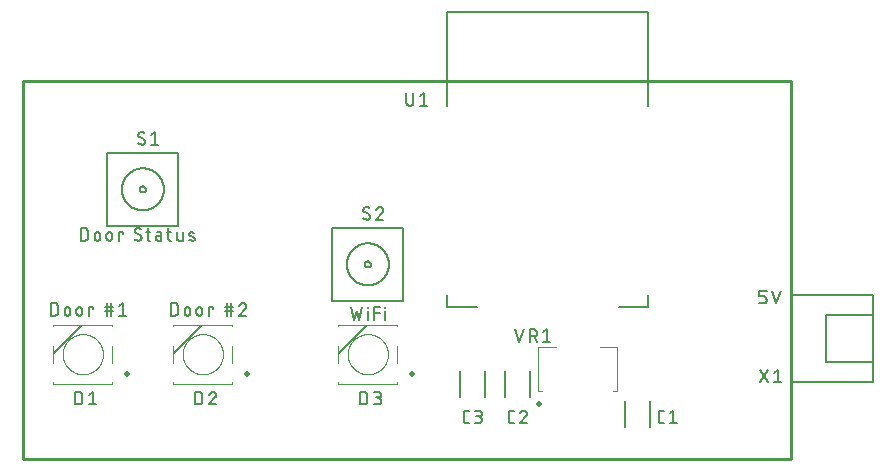
<source format=gbr>
G04 EAGLE Gerber RS-274X export*
G75*
%MOMM*%
%FSLAX34Y34*%
%LPD*%
%INSilkscreen Top*%
%IPPOS*%
%AMOC8*
5,1,8,0,0,1.08239X$1,22.5*%
G01*
G04 Define Apertures*
%ADD10C,0.203200*%
%ADD11C,0.152400*%
%ADD12C,0.200000*%
%ADD13C,0.500000*%
%ADD14C,0.120000*%
%ADD15C,0.127000*%
%ADD16C,0.254000*%
D10*
X623716Y132016D02*
X627272Y132016D01*
X627367Y132018D01*
X627463Y132024D01*
X627558Y132033D01*
X627652Y132047D01*
X627746Y132064D01*
X627839Y132085D01*
X627932Y132110D01*
X628023Y132138D01*
X628113Y132170D01*
X628201Y132206D01*
X628288Y132245D01*
X628374Y132288D01*
X628458Y132334D01*
X628539Y132383D01*
X628619Y132436D01*
X628696Y132492D01*
X628772Y132550D01*
X628844Y132612D01*
X628914Y132677D01*
X628982Y132745D01*
X629047Y132815D01*
X629109Y132887D01*
X629167Y132963D01*
X629223Y133040D01*
X629276Y133120D01*
X629325Y133202D01*
X629371Y133285D01*
X629414Y133371D01*
X629453Y133458D01*
X629489Y133546D01*
X629521Y133636D01*
X629549Y133727D01*
X629574Y133820D01*
X629595Y133913D01*
X629612Y134007D01*
X629626Y134101D01*
X629635Y134196D01*
X629641Y134292D01*
X629643Y134387D01*
X629643Y135572D01*
X629641Y135667D01*
X629635Y135763D01*
X629626Y135858D01*
X629612Y135952D01*
X629595Y136046D01*
X629574Y136139D01*
X629549Y136232D01*
X629521Y136323D01*
X629489Y136413D01*
X629453Y136501D01*
X629414Y136588D01*
X629371Y136674D01*
X629325Y136758D01*
X629276Y136839D01*
X629223Y136919D01*
X629167Y136996D01*
X629109Y137072D01*
X629047Y137144D01*
X628982Y137214D01*
X628914Y137282D01*
X628844Y137347D01*
X628772Y137409D01*
X628696Y137467D01*
X628619Y137523D01*
X628539Y137576D01*
X628458Y137625D01*
X628374Y137671D01*
X628288Y137714D01*
X628201Y137753D01*
X628113Y137789D01*
X628023Y137821D01*
X627932Y137849D01*
X627839Y137874D01*
X627746Y137895D01*
X627652Y137912D01*
X627558Y137926D01*
X627463Y137935D01*
X627367Y137941D01*
X627272Y137943D01*
X623716Y137943D01*
X623716Y142684D01*
X629643Y142684D01*
X634553Y142684D02*
X638109Y132016D01*
X641665Y142684D01*
X49276Y185166D02*
X49276Y195834D01*
X52239Y195834D01*
X52345Y195832D01*
X52450Y195826D01*
X52556Y195817D01*
X52661Y195804D01*
X52765Y195787D01*
X52869Y195766D01*
X52972Y195742D01*
X53074Y195714D01*
X53175Y195682D01*
X53274Y195647D01*
X53373Y195608D01*
X53470Y195566D01*
X53565Y195521D01*
X53659Y195472D01*
X53751Y195419D01*
X53841Y195364D01*
X53929Y195305D01*
X54015Y195243D01*
X54098Y195178D01*
X54179Y195110D01*
X54258Y195040D01*
X54334Y194966D01*
X54408Y194890D01*
X54478Y194811D01*
X54546Y194730D01*
X54611Y194647D01*
X54673Y194561D01*
X54732Y194473D01*
X54787Y194383D01*
X54840Y194291D01*
X54889Y194197D01*
X54934Y194102D01*
X54976Y194005D01*
X55015Y193906D01*
X55050Y193807D01*
X55082Y193706D01*
X55110Y193604D01*
X55134Y193501D01*
X55155Y193397D01*
X55172Y193293D01*
X55185Y193188D01*
X55194Y193082D01*
X55200Y192977D01*
X55202Y192871D01*
X55203Y192871D02*
X55203Y188129D01*
X55202Y188129D02*
X55200Y188023D01*
X55194Y187918D01*
X55185Y187812D01*
X55172Y187707D01*
X55155Y187603D01*
X55134Y187499D01*
X55110Y187396D01*
X55082Y187294D01*
X55050Y187193D01*
X55015Y187094D01*
X54976Y186995D01*
X54934Y186898D01*
X54889Y186803D01*
X54840Y186709D01*
X54787Y186617D01*
X54732Y186527D01*
X54673Y186439D01*
X54611Y186353D01*
X54546Y186270D01*
X54478Y186189D01*
X54408Y186110D01*
X54334Y186034D01*
X54258Y185960D01*
X54179Y185890D01*
X54098Y185822D01*
X54015Y185757D01*
X53929Y185695D01*
X53841Y185636D01*
X53751Y185581D01*
X53659Y185528D01*
X53565Y185479D01*
X53470Y185434D01*
X53373Y185392D01*
X53274Y185353D01*
X53175Y185318D01*
X53074Y185286D01*
X52972Y185258D01*
X52869Y185234D01*
X52765Y185213D01*
X52661Y185196D01*
X52556Y185183D01*
X52450Y185174D01*
X52345Y185168D01*
X52239Y185166D01*
X49276Y185166D01*
X60918Y187537D02*
X60918Y189907D01*
X60917Y189907D02*
X60919Y190004D01*
X60925Y190100D01*
X60935Y190196D01*
X60949Y190292D01*
X60966Y190387D01*
X60988Y190482D01*
X61013Y190575D01*
X61042Y190667D01*
X61075Y190758D01*
X61112Y190848D01*
X61152Y190936D01*
X61196Y191022D01*
X61243Y191106D01*
X61293Y191189D01*
X61347Y191269D01*
X61405Y191347D01*
X61465Y191423D01*
X61528Y191496D01*
X61594Y191566D01*
X61664Y191634D01*
X61735Y191699D01*
X61810Y191761D01*
X61887Y191819D01*
X61966Y191875D01*
X62047Y191927D01*
X62131Y191976D01*
X62216Y192022D01*
X62303Y192064D01*
X62392Y192102D01*
X62482Y192137D01*
X62574Y192168D01*
X62667Y192195D01*
X62760Y192219D01*
X62855Y192238D01*
X62951Y192254D01*
X63047Y192266D01*
X63143Y192274D01*
X63240Y192278D01*
X63336Y192278D01*
X63433Y192274D01*
X63529Y192266D01*
X63625Y192254D01*
X63721Y192238D01*
X63816Y192219D01*
X63909Y192195D01*
X64002Y192168D01*
X64094Y192137D01*
X64184Y192102D01*
X64273Y192064D01*
X64360Y192022D01*
X64445Y191976D01*
X64529Y191927D01*
X64610Y191875D01*
X64689Y191819D01*
X64766Y191761D01*
X64841Y191699D01*
X64912Y191634D01*
X64982Y191566D01*
X65048Y191496D01*
X65111Y191423D01*
X65171Y191347D01*
X65229Y191269D01*
X65283Y191189D01*
X65333Y191106D01*
X65380Y191022D01*
X65424Y190936D01*
X65464Y190848D01*
X65501Y190758D01*
X65534Y190667D01*
X65563Y190575D01*
X65588Y190482D01*
X65610Y190387D01*
X65627Y190292D01*
X65641Y190196D01*
X65651Y190100D01*
X65657Y190004D01*
X65659Y189907D01*
X65659Y187537D01*
X65657Y187440D01*
X65651Y187344D01*
X65641Y187248D01*
X65627Y187152D01*
X65610Y187057D01*
X65588Y186962D01*
X65563Y186869D01*
X65534Y186777D01*
X65501Y186686D01*
X65464Y186596D01*
X65424Y186508D01*
X65380Y186422D01*
X65333Y186338D01*
X65283Y186255D01*
X65229Y186175D01*
X65171Y186097D01*
X65111Y186021D01*
X65048Y185948D01*
X64982Y185878D01*
X64912Y185810D01*
X64841Y185745D01*
X64766Y185683D01*
X64689Y185625D01*
X64610Y185569D01*
X64529Y185517D01*
X64445Y185468D01*
X64360Y185422D01*
X64273Y185380D01*
X64184Y185342D01*
X64094Y185307D01*
X64002Y185276D01*
X63909Y185249D01*
X63816Y185225D01*
X63721Y185206D01*
X63625Y185190D01*
X63529Y185178D01*
X63433Y185170D01*
X63336Y185166D01*
X63240Y185166D01*
X63143Y185170D01*
X63047Y185178D01*
X62951Y185190D01*
X62855Y185206D01*
X62760Y185225D01*
X62667Y185249D01*
X62574Y185276D01*
X62482Y185307D01*
X62392Y185342D01*
X62303Y185380D01*
X62216Y185422D01*
X62131Y185468D01*
X62047Y185517D01*
X61966Y185569D01*
X61887Y185625D01*
X61810Y185683D01*
X61735Y185745D01*
X61664Y185810D01*
X61594Y185878D01*
X61528Y185948D01*
X61465Y186021D01*
X61405Y186097D01*
X61347Y186175D01*
X61293Y186255D01*
X61243Y186338D01*
X61196Y186422D01*
X61152Y186508D01*
X61112Y186596D01*
X61075Y186686D01*
X61042Y186777D01*
X61013Y186869D01*
X60988Y186962D01*
X60966Y187057D01*
X60949Y187152D01*
X60935Y187248D01*
X60925Y187344D01*
X60919Y187440D01*
X60917Y187537D01*
X70824Y187537D02*
X70824Y189907D01*
X70823Y189907D02*
X70825Y190004D01*
X70831Y190100D01*
X70841Y190196D01*
X70855Y190292D01*
X70872Y190387D01*
X70894Y190482D01*
X70919Y190575D01*
X70948Y190667D01*
X70981Y190758D01*
X71018Y190848D01*
X71058Y190936D01*
X71102Y191022D01*
X71149Y191106D01*
X71199Y191189D01*
X71253Y191269D01*
X71311Y191347D01*
X71371Y191423D01*
X71434Y191496D01*
X71500Y191566D01*
X71570Y191634D01*
X71641Y191699D01*
X71716Y191761D01*
X71793Y191819D01*
X71872Y191875D01*
X71953Y191927D01*
X72037Y191976D01*
X72122Y192022D01*
X72209Y192064D01*
X72298Y192102D01*
X72388Y192137D01*
X72480Y192168D01*
X72573Y192195D01*
X72666Y192219D01*
X72761Y192238D01*
X72857Y192254D01*
X72953Y192266D01*
X73049Y192274D01*
X73146Y192278D01*
X73242Y192278D01*
X73339Y192274D01*
X73435Y192266D01*
X73531Y192254D01*
X73627Y192238D01*
X73722Y192219D01*
X73815Y192195D01*
X73908Y192168D01*
X74000Y192137D01*
X74090Y192102D01*
X74179Y192064D01*
X74266Y192022D01*
X74351Y191976D01*
X74435Y191927D01*
X74516Y191875D01*
X74595Y191819D01*
X74672Y191761D01*
X74747Y191699D01*
X74818Y191634D01*
X74888Y191566D01*
X74954Y191496D01*
X75017Y191423D01*
X75077Y191347D01*
X75135Y191269D01*
X75189Y191189D01*
X75239Y191106D01*
X75286Y191022D01*
X75330Y190936D01*
X75370Y190848D01*
X75407Y190758D01*
X75440Y190667D01*
X75469Y190575D01*
X75494Y190482D01*
X75516Y190387D01*
X75533Y190292D01*
X75547Y190196D01*
X75557Y190100D01*
X75563Y190004D01*
X75565Y189907D01*
X75565Y187537D01*
X75563Y187440D01*
X75557Y187344D01*
X75547Y187248D01*
X75533Y187152D01*
X75516Y187057D01*
X75494Y186962D01*
X75469Y186869D01*
X75440Y186777D01*
X75407Y186686D01*
X75370Y186596D01*
X75330Y186508D01*
X75286Y186422D01*
X75239Y186338D01*
X75189Y186255D01*
X75135Y186175D01*
X75077Y186097D01*
X75017Y186021D01*
X74954Y185948D01*
X74888Y185878D01*
X74818Y185810D01*
X74747Y185745D01*
X74672Y185683D01*
X74595Y185625D01*
X74516Y185569D01*
X74435Y185517D01*
X74351Y185468D01*
X74266Y185422D01*
X74179Y185380D01*
X74090Y185342D01*
X74000Y185307D01*
X73908Y185276D01*
X73815Y185249D01*
X73722Y185225D01*
X73627Y185206D01*
X73531Y185190D01*
X73435Y185178D01*
X73339Y185170D01*
X73242Y185166D01*
X73146Y185166D01*
X73049Y185170D01*
X72953Y185178D01*
X72857Y185190D01*
X72761Y185206D01*
X72666Y185225D01*
X72573Y185249D01*
X72480Y185276D01*
X72388Y185307D01*
X72298Y185342D01*
X72209Y185380D01*
X72122Y185422D01*
X72037Y185468D01*
X71953Y185517D01*
X71872Y185569D01*
X71793Y185625D01*
X71716Y185683D01*
X71641Y185745D01*
X71570Y185810D01*
X71500Y185878D01*
X71434Y185948D01*
X71371Y186021D01*
X71311Y186097D01*
X71253Y186175D01*
X71199Y186255D01*
X71149Y186338D01*
X71102Y186422D01*
X71058Y186508D01*
X71018Y186596D01*
X70981Y186686D01*
X70948Y186777D01*
X70919Y186869D01*
X70894Y186962D01*
X70872Y187057D01*
X70855Y187152D01*
X70841Y187248D01*
X70831Y187344D01*
X70825Y187440D01*
X70823Y187537D01*
X81210Y185166D02*
X81210Y192278D01*
X84766Y192278D01*
X84766Y191093D01*
X98171Y185166D02*
X98267Y185168D01*
X98362Y185174D01*
X98457Y185183D01*
X98551Y185197D01*
X98645Y185214D01*
X98738Y185235D01*
X98831Y185260D01*
X98922Y185288D01*
X99012Y185320D01*
X99100Y185356D01*
X99187Y185395D01*
X99273Y185438D01*
X99357Y185484D01*
X99438Y185533D01*
X99518Y185586D01*
X99595Y185642D01*
X99671Y185700D01*
X99743Y185762D01*
X99813Y185827D01*
X99881Y185895D01*
X99946Y185965D01*
X100008Y186037D01*
X100066Y186113D01*
X100122Y186190D01*
X100175Y186270D01*
X100224Y186352D01*
X100270Y186435D01*
X100313Y186521D01*
X100352Y186608D01*
X100388Y186696D01*
X100420Y186786D01*
X100448Y186877D01*
X100473Y186970D01*
X100494Y187063D01*
X100511Y187157D01*
X100525Y187251D01*
X100534Y187346D01*
X100540Y187442D01*
X100542Y187537D01*
X98171Y185166D02*
X98035Y185168D01*
X97898Y185173D01*
X97762Y185183D01*
X97627Y185196D01*
X97491Y185212D01*
X97357Y185233D01*
X97222Y185257D01*
X97089Y185284D01*
X96956Y185316D01*
X96824Y185350D01*
X96693Y185389D01*
X96564Y185431D01*
X96435Y185476D01*
X96308Y185525D01*
X96182Y185578D01*
X96058Y185634D01*
X95935Y185693D01*
X95814Y185755D01*
X95694Y185821D01*
X95577Y185890D01*
X95461Y185963D01*
X95347Y186038D01*
X95236Y186116D01*
X95126Y186198D01*
X95019Y186282D01*
X94915Y186369D01*
X94812Y186459D01*
X94712Y186552D01*
X94615Y186648D01*
X94911Y193463D02*
X94913Y193558D01*
X94919Y193654D01*
X94928Y193749D01*
X94942Y193843D01*
X94959Y193937D01*
X94980Y194030D01*
X95005Y194123D01*
X95033Y194214D01*
X95065Y194304D01*
X95101Y194392D01*
X95140Y194479D01*
X95183Y194565D01*
X95229Y194649D01*
X95278Y194730D01*
X95331Y194810D01*
X95387Y194887D01*
X95445Y194963D01*
X95507Y195035D01*
X95572Y195105D01*
X95640Y195173D01*
X95710Y195238D01*
X95782Y195300D01*
X95858Y195358D01*
X95935Y195414D01*
X96015Y195467D01*
X96097Y195516D01*
X96180Y195562D01*
X96266Y195605D01*
X96353Y195644D01*
X96441Y195680D01*
X96531Y195712D01*
X96622Y195740D01*
X96715Y195765D01*
X96808Y195786D01*
X96902Y195803D01*
X96996Y195817D01*
X97091Y195826D01*
X97187Y195832D01*
X97282Y195834D01*
X97412Y195832D01*
X97542Y195826D01*
X97672Y195817D01*
X97801Y195804D01*
X97930Y195787D01*
X98058Y195766D01*
X98186Y195741D01*
X98313Y195713D01*
X98439Y195681D01*
X98564Y195645D01*
X98688Y195606D01*
X98810Y195563D01*
X98932Y195517D01*
X99052Y195466D01*
X99170Y195413D01*
X99287Y195356D01*
X99402Y195296D01*
X99516Y195232D01*
X99627Y195165D01*
X99737Y195095D01*
X99844Y195021D01*
X99949Y194945D01*
X96097Y191388D02*
X96015Y191439D01*
X95935Y191493D01*
X95857Y191549D01*
X95782Y191609D01*
X95709Y191672D01*
X95639Y191738D01*
X95572Y191806D01*
X95507Y191877D01*
X95445Y191951D01*
X95386Y192027D01*
X95330Y192105D01*
X95278Y192186D01*
X95228Y192268D01*
X95182Y192353D01*
X95140Y192439D01*
X95100Y192527D01*
X95065Y192616D01*
X95033Y192707D01*
X95004Y192799D01*
X94980Y192892D01*
X94959Y192985D01*
X94942Y193080D01*
X94928Y193175D01*
X94919Y193271D01*
X94913Y193367D01*
X94911Y193463D01*
X99357Y189612D02*
X99438Y189561D01*
X99518Y189507D01*
X99596Y189451D01*
X99671Y189391D01*
X99744Y189328D01*
X99814Y189262D01*
X99881Y189194D01*
X99946Y189123D01*
X100008Y189049D01*
X100067Y188973D01*
X100123Y188895D01*
X100175Y188814D01*
X100225Y188732D01*
X100271Y188647D01*
X100313Y188561D01*
X100353Y188473D01*
X100388Y188384D01*
X100420Y188293D01*
X100449Y188201D01*
X100473Y188108D01*
X100494Y188015D01*
X100511Y187920D01*
X100525Y187825D01*
X100534Y187729D01*
X100540Y187633D01*
X100542Y187537D01*
X99356Y189611D02*
X96097Y191389D01*
X104425Y192278D02*
X107981Y192278D01*
X105610Y195834D02*
X105610Y186944D01*
X105612Y186862D01*
X105618Y186780D01*
X105627Y186698D01*
X105640Y186617D01*
X105657Y186537D01*
X105678Y186457D01*
X105702Y186379D01*
X105730Y186302D01*
X105761Y186226D01*
X105796Y186151D01*
X105835Y186079D01*
X105876Y186008D01*
X105921Y185939D01*
X105969Y185873D01*
X106020Y185808D01*
X106074Y185746D01*
X106131Y185687D01*
X106190Y185630D01*
X106252Y185576D01*
X106317Y185525D01*
X106383Y185477D01*
X106452Y185432D01*
X106523Y185391D01*
X106595Y185352D01*
X106670Y185317D01*
X106746Y185286D01*
X106823Y185258D01*
X106901Y185234D01*
X106981Y185213D01*
X107061Y185196D01*
X107142Y185183D01*
X107224Y185174D01*
X107306Y185168D01*
X107388Y185166D01*
X107981Y185166D01*
X114720Y189315D02*
X117387Y189315D01*
X114720Y189314D02*
X114631Y189312D01*
X114542Y189306D01*
X114453Y189297D01*
X114365Y189283D01*
X114277Y189266D01*
X114190Y189245D01*
X114105Y189221D01*
X114020Y189192D01*
X113937Y189160D01*
X113855Y189125D01*
X113774Y189086D01*
X113696Y189044D01*
X113619Y188998D01*
X113545Y188949D01*
X113472Y188897D01*
X113402Y188841D01*
X113334Y188783D01*
X113269Y188722D01*
X113207Y188658D01*
X113147Y188592D01*
X113091Y188523D01*
X113037Y188452D01*
X112986Y188378D01*
X112939Y188303D01*
X112895Y188225D01*
X112854Y188146D01*
X112817Y188065D01*
X112783Y187982D01*
X112753Y187898D01*
X112727Y187813D01*
X112704Y187726D01*
X112685Y187639D01*
X112669Y187551D01*
X112658Y187463D01*
X112650Y187374D01*
X112646Y187285D01*
X112646Y187195D01*
X112650Y187106D01*
X112658Y187017D01*
X112669Y186929D01*
X112685Y186841D01*
X112704Y186754D01*
X112727Y186667D01*
X112753Y186582D01*
X112783Y186498D01*
X112817Y186415D01*
X112854Y186334D01*
X112895Y186255D01*
X112939Y186177D01*
X112986Y186102D01*
X113037Y186028D01*
X113091Y185957D01*
X113147Y185888D01*
X113207Y185822D01*
X113269Y185758D01*
X113334Y185697D01*
X113402Y185639D01*
X113472Y185583D01*
X113545Y185531D01*
X113619Y185482D01*
X113696Y185436D01*
X113774Y185394D01*
X113855Y185355D01*
X113937Y185320D01*
X114020Y185288D01*
X114105Y185259D01*
X114190Y185235D01*
X114277Y185214D01*
X114365Y185197D01*
X114453Y185183D01*
X114542Y185174D01*
X114631Y185168D01*
X114720Y185166D01*
X117387Y185166D01*
X117387Y190500D01*
X117385Y190582D01*
X117379Y190664D01*
X117370Y190746D01*
X117357Y190827D01*
X117340Y190907D01*
X117319Y190987D01*
X117295Y191065D01*
X117267Y191142D01*
X117236Y191218D01*
X117201Y191293D01*
X117162Y191365D01*
X117121Y191436D01*
X117076Y191505D01*
X117028Y191571D01*
X116977Y191636D01*
X116923Y191698D01*
X116866Y191757D01*
X116807Y191814D01*
X116745Y191868D01*
X116680Y191919D01*
X116614Y191967D01*
X116545Y192012D01*
X116474Y192053D01*
X116402Y192092D01*
X116327Y192127D01*
X116251Y192158D01*
X116174Y192186D01*
X116096Y192210D01*
X116016Y192231D01*
X115936Y192248D01*
X115855Y192261D01*
X115773Y192270D01*
X115691Y192276D01*
X115609Y192278D01*
X113238Y192278D01*
X121951Y192278D02*
X125507Y192278D01*
X123136Y195834D02*
X123136Y186944D01*
X123138Y186862D01*
X123144Y186780D01*
X123153Y186698D01*
X123166Y186617D01*
X123183Y186537D01*
X123204Y186457D01*
X123228Y186379D01*
X123256Y186302D01*
X123287Y186226D01*
X123322Y186151D01*
X123361Y186079D01*
X123402Y186008D01*
X123447Y185939D01*
X123495Y185873D01*
X123546Y185808D01*
X123600Y185746D01*
X123657Y185687D01*
X123716Y185630D01*
X123778Y185576D01*
X123843Y185525D01*
X123909Y185477D01*
X123978Y185432D01*
X124049Y185391D01*
X124121Y185352D01*
X124196Y185317D01*
X124272Y185286D01*
X124349Y185258D01*
X124427Y185234D01*
X124507Y185213D01*
X124587Y185196D01*
X124668Y185183D01*
X124750Y185174D01*
X124832Y185168D01*
X124914Y185166D01*
X125507Y185166D01*
X130641Y186944D02*
X130641Y192278D01*
X130641Y186944D02*
X130643Y186862D01*
X130649Y186780D01*
X130658Y186698D01*
X130671Y186617D01*
X130688Y186537D01*
X130709Y186457D01*
X130733Y186379D01*
X130761Y186302D01*
X130792Y186226D01*
X130827Y186151D01*
X130866Y186079D01*
X130907Y186008D01*
X130952Y185939D01*
X131000Y185873D01*
X131051Y185808D01*
X131105Y185746D01*
X131162Y185687D01*
X131221Y185630D01*
X131283Y185576D01*
X131348Y185525D01*
X131414Y185477D01*
X131483Y185432D01*
X131554Y185391D01*
X131626Y185352D01*
X131701Y185317D01*
X131777Y185286D01*
X131854Y185258D01*
X131932Y185234D01*
X132012Y185213D01*
X132092Y185196D01*
X132173Y185183D01*
X132255Y185174D01*
X132337Y185168D01*
X132419Y185166D01*
X135382Y185166D01*
X135382Y192278D01*
X141816Y189315D02*
X144780Y188129D01*
X141816Y189314D02*
X141745Y189345D01*
X141675Y189379D01*
X141607Y189416D01*
X141542Y189457D01*
X141478Y189502D01*
X141417Y189549D01*
X141358Y189600D01*
X141301Y189653D01*
X141248Y189709D01*
X141197Y189768D01*
X141150Y189829D01*
X141105Y189893D01*
X141064Y189958D01*
X141026Y190026D01*
X140992Y190096D01*
X140961Y190167D01*
X140934Y190239D01*
X140911Y190313D01*
X140891Y190388D01*
X140875Y190464D01*
X140863Y190541D01*
X140855Y190618D01*
X140851Y190695D01*
X140850Y190773D01*
X140854Y190850D01*
X140861Y190928D01*
X140873Y191004D01*
X140888Y191080D01*
X140907Y191156D01*
X140930Y191230D01*
X140956Y191303D01*
X140986Y191374D01*
X141020Y191444D01*
X141057Y191512D01*
X141098Y191578D01*
X141142Y191642D01*
X141189Y191704D01*
X141239Y191763D01*
X141292Y191819D01*
X141348Y191873D01*
X141406Y191924D01*
X141467Y191972D01*
X141530Y192017D01*
X141596Y192059D01*
X141663Y192097D01*
X141733Y192132D01*
X141804Y192163D01*
X141876Y192191D01*
X141950Y192214D01*
X142025Y192235D01*
X142100Y192251D01*
X142177Y192264D01*
X142254Y192272D01*
X142331Y192277D01*
X142409Y192278D01*
X142571Y192274D01*
X142733Y192266D01*
X142894Y192254D01*
X143055Y192238D01*
X143216Y192218D01*
X143376Y192195D01*
X143535Y192167D01*
X143694Y192136D01*
X143852Y192101D01*
X144009Y192062D01*
X144165Y192019D01*
X144320Y191973D01*
X144474Y191923D01*
X144627Y191869D01*
X144778Y191811D01*
X144928Y191750D01*
X145076Y191686D01*
X144780Y188130D02*
X144851Y188099D01*
X144921Y188065D01*
X144989Y188028D01*
X145054Y187987D01*
X145118Y187942D01*
X145179Y187895D01*
X145238Y187844D01*
X145295Y187791D01*
X145348Y187735D01*
X145399Y187676D01*
X145446Y187615D01*
X145491Y187551D01*
X145532Y187486D01*
X145570Y187418D01*
X145604Y187348D01*
X145635Y187277D01*
X145662Y187205D01*
X145685Y187131D01*
X145705Y187056D01*
X145721Y186980D01*
X145733Y186903D01*
X145741Y186826D01*
X145745Y186749D01*
X145746Y186671D01*
X145742Y186594D01*
X145735Y186516D01*
X145723Y186440D01*
X145708Y186364D01*
X145689Y186288D01*
X145666Y186214D01*
X145640Y186141D01*
X145610Y186070D01*
X145576Y186000D01*
X145539Y185932D01*
X145498Y185866D01*
X145454Y185802D01*
X145407Y185740D01*
X145357Y185681D01*
X145304Y185625D01*
X145248Y185571D01*
X145190Y185520D01*
X145129Y185472D01*
X145066Y185427D01*
X145000Y185385D01*
X144933Y185347D01*
X144863Y185312D01*
X144793Y185281D01*
X144720Y185253D01*
X144646Y185230D01*
X144571Y185209D01*
X144496Y185193D01*
X144419Y185180D01*
X144342Y185172D01*
X144265Y185167D01*
X144187Y185166D01*
X143950Y185172D01*
X143712Y185184D01*
X143475Y185201D01*
X143239Y185225D01*
X143003Y185253D01*
X142767Y185287D01*
X142533Y185327D01*
X142300Y185372D01*
X142067Y185423D01*
X141836Y185479D01*
X141607Y185541D01*
X141379Y185608D01*
X141152Y185681D01*
X140928Y185759D01*
X277876Y128684D02*
X280247Y118016D01*
X282617Y125128D01*
X284988Y118016D01*
X287359Y128684D01*
X292142Y125128D02*
X292142Y118016D01*
X291846Y128091D02*
X291846Y128684D01*
X292439Y128684D01*
X292439Y128091D01*
X291846Y128091D01*
X297595Y128684D02*
X297595Y118016D01*
X297595Y128684D02*
X302336Y128684D01*
X302336Y123943D02*
X297595Y123943D01*
X306620Y125128D02*
X306620Y118016D01*
X306324Y128091D02*
X306324Y128684D01*
X306917Y128684D01*
X306917Y128091D01*
X306324Y128091D01*
X125476Y132334D02*
X125476Y121666D01*
X125476Y132334D02*
X128439Y132334D01*
X128545Y132332D01*
X128650Y132326D01*
X128756Y132317D01*
X128861Y132304D01*
X128965Y132287D01*
X129069Y132266D01*
X129172Y132242D01*
X129274Y132214D01*
X129375Y132182D01*
X129474Y132147D01*
X129573Y132108D01*
X129670Y132066D01*
X129765Y132021D01*
X129859Y131972D01*
X129951Y131919D01*
X130041Y131864D01*
X130129Y131805D01*
X130215Y131743D01*
X130298Y131678D01*
X130379Y131610D01*
X130458Y131540D01*
X130534Y131466D01*
X130608Y131390D01*
X130678Y131311D01*
X130746Y131230D01*
X130811Y131147D01*
X130873Y131061D01*
X130932Y130973D01*
X130987Y130883D01*
X131040Y130791D01*
X131089Y130697D01*
X131134Y130602D01*
X131176Y130505D01*
X131215Y130406D01*
X131250Y130307D01*
X131282Y130206D01*
X131310Y130104D01*
X131334Y130001D01*
X131355Y129897D01*
X131372Y129793D01*
X131385Y129688D01*
X131394Y129582D01*
X131400Y129477D01*
X131402Y129371D01*
X131403Y129371D02*
X131403Y124629D01*
X131402Y124629D02*
X131400Y124523D01*
X131394Y124418D01*
X131385Y124312D01*
X131372Y124207D01*
X131355Y124103D01*
X131334Y123999D01*
X131310Y123896D01*
X131282Y123794D01*
X131250Y123693D01*
X131215Y123594D01*
X131176Y123495D01*
X131134Y123398D01*
X131089Y123303D01*
X131040Y123209D01*
X130987Y123117D01*
X130932Y123027D01*
X130873Y122939D01*
X130811Y122853D01*
X130746Y122770D01*
X130678Y122689D01*
X130608Y122610D01*
X130534Y122534D01*
X130458Y122460D01*
X130379Y122390D01*
X130298Y122322D01*
X130215Y122257D01*
X130129Y122195D01*
X130041Y122136D01*
X129951Y122081D01*
X129859Y122028D01*
X129765Y121979D01*
X129670Y121934D01*
X129573Y121892D01*
X129474Y121853D01*
X129375Y121818D01*
X129274Y121786D01*
X129172Y121758D01*
X129069Y121734D01*
X128965Y121713D01*
X128861Y121696D01*
X128756Y121683D01*
X128650Y121674D01*
X128545Y121668D01*
X128439Y121666D01*
X125476Y121666D01*
X137118Y124037D02*
X137118Y126407D01*
X137117Y126407D02*
X137119Y126504D01*
X137125Y126600D01*
X137135Y126696D01*
X137149Y126792D01*
X137166Y126887D01*
X137188Y126982D01*
X137213Y127075D01*
X137242Y127167D01*
X137275Y127258D01*
X137312Y127348D01*
X137352Y127436D01*
X137396Y127522D01*
X137443Y127606D01*
X137493Y127689D01*
X137547Y127769D01*
X137605Y127847D01*
X137665Y127923D01*
X137728Y127996D01*
X137794Y128066D01*
X137864Y128134D01*
X137935Y128199D01*
X138010Y128261D01*
X138087Y128319D01*
X138166Y128375D01*
X138247Y128427D01*
X138331Y128476D01*
X138416Y128522D01*
X138503Y128564D01*
X138592Y128602D01*
X138682Y128637D01*
X138774Y128668D01*
X138867Y128695D01*
X138960Y128719D01*
X139055Y128738D01*
X139151Y128754D01*
X139247Y128766D01*
X139343Y128774D01*
X139440Y128778D01*
X139536Y128778D01*
X139633Y128774D01*
X139729Y128766D01*
X139825Y128754D01*
X139921Y128738D01*
X140016Y128719D01*
X140109Y128695D01*
X140202Y128668D01*
X140294Y128637D01*
X140384Y128602D01*
X140473Y128564D01*
X140560Y128522D01*
X140645Y128476D01*
X140729Y128427D01*
X140810Y128375D01*
X140889Y128319D01*
X140966Y128261D01*
X141041Y128199D01*
X141112Y128134D01*
X141182Y128066D01*
X141248Y127996D01*
X141311Y127923D01*
X141371Y127847D01*
X141429Y127769D01*
X141483Y127689D01*
X141533Y127606D01*
X141580Y127522D01*
X141624Y127436D01*
X141664Y127348D01*
X141701Y127258D01*
X141734Y127167D01*
X141763Y127075D01*
X141788Y126982D01*
X141810Y126887D01*
X141827Y126792D01*
X141841Y126696D01*
X141851Y126600D01*
X141857Y126504D01*
X141859Y126407D01*
X141859Y124037D01*
X141857Y123940D01*
X141851Y123844D01*
X141841Y123748D01*
X141827Y123652D01*
X141810Y123557D01*
X141788Y123462D01*
X141763Y123369D01*
X141734Y123277D01*
X141701Y123186D01*
X141664Y123096D01*
X141624Y123008D01*
X141580Y122922D01*
X141533Y122838D01*
X141483Y122755D01*
X141429Y122675D01*
X141371Y122597D01*
X141311Y122521D01*
X141248Y122448D01*
X141182Y122378D01*
X141112Y122310D01*
X141041Y122245D01*
X140966Y122183D01*
X140889Y122125D01*
X140810Y122069D01*
X140729Y122017D01*
X140645Y121968D01*
X140560Y121922D01*
X140473Y121880D01*
X140384Y121842D01*
X140294Y121807D01*
X140202Y121776D01*
X140109Y121749D01*
X140016Y121725D01*
X139921Y121706D01*
X139825Y121690D01*
X139729Y121678D01*
X139633Y121670D01*
X139536Y121666D01*
X139440Y121666D01*
X139343Y121670D01*
X139247Y121678D01*
X139151Y121690D01*
X139055Y121706D01*
X138960Y121725D01*
X138867Y121749D01*
X138774Y121776D01*
X138682Y121807D01*
X138592Y121842D01*
X138503Y121880D01*
X138416Y121922D01*
X138331Y121968D01*
X138247Y122017D01*
X138166Y122069D01*
X138087Y122125D01*
X138010Y122183D01*
X137935Y122245D01*
X137864Y122310D01*
X137794Y122378D01*
X137728Y122448D01*
X137665Y122521D01*
X137605Y122597D01*
X137547Y122675D01*
X137493Y122755D01*
X137443Y122838D01*
X137396Y122922D01*
X137352Y123008D01*
X137312Y123096D01*
X137275Y123186D01*
X137242Y123277D01*
X137213Y123369D01*
X137188Y123462D01*
X137166Y123557D01*
X137149Y123652D01*
X137135Y123748D01*
X137125Y123844D01*
X137119Y123940D01*
X137117Y124037D01*
X147024Y124037D02*
X147024Y126407D01*
X147023Y126407D02*
X147025Y126504D01*
X147031Y126600D01*
X147041Y126696D01*
X147055Y126792D01*
X147072Y126887D01*
X147094Y126982D01*
X147119Y127075D01*
X147148Y127167D01*
X147181Y127258D01*
X147218Y127348D01*
X147258Y127436D01*
X147302Y127522D01*
X147349Y127606D01*
X147399Y127689D01*
X147453Y127769D01*
X147511Y127847D01*
X147571Y127923D01*
X147634Y127996D01*
X147700Y128066D01*
X147770Y128134D01*
X147841Y128199D01*
X147916Y128261D01*
X147993Y128319D01*
X148072Y128375D01*
X148153Y128427D01*
X148237Y128476D01*
X148322Y128522D01*
X148409Y128564D01*
X148498Y128602D01*
X148588Y128637D01*
X148680Y128668D01*
X148773Y128695D01*
X148866Y128719D01*
X148961Y128738D01*
X149057Y128754D01*
X149153Y128766D01*
X149249Y128774D01*
X149346Y128778D01*
X149442Y128778D01*
X149539Y128774D01*
X149635Y128766D01*
X149731Y128754D01*
X149827Y128738D01*
X149922Y128719D01*
X150015Y128695D01*
X150108Y128668D01*
X150200Y128637D01*
X150290Y128602D01*
X150379Y128564D01*
X150466Y128522D01*
X150551Y128476D01*
X150635Y128427D01*
X150716Y128375D01*
X150795Y128319D01*
X150872Y128261D01*
X150947Y128199D01*
X151018Y128134D01*
X151088Y128066D01*
X151154Y127996D01*
X151217Y127923D01*
X151277Y127847D01*
X151335Y127769D01*
X151389Y127689D01*
X151439Y127606D01*
X151486Y127522D01*
X151530Y127436D01*
X151570Y127348D01*
X151607Y127258D01*
X151640Y127167D01*
X151669Y127075D01*
X151694Y126982D01*
X151716Y126887D01*
X151733Y126792D01*
X151747Y126696D01*
X151757Y126600D01*
X151763Y126504D01*
X151765Y126407D01*
X151765Y124037D01*
X151763Y123940D01*
X151757Y123844D01*
X151747Y123748D01*
X151733Y123652D01*
X151716Y123557D01*
X151694Y123462D01*
X151669Y123369D01*
X151640Y123277D01*
X151607Y123186D01*
X151570Y123096D01*
X151530Y123008D01*
X151486Y122922D01*
X151439Y122838D01*
X151389Y122755D01*
X151335Y122675D01*
X151277Y122597D01*
X151217Y122521D01*
X151154Y122448D01*
X151088Y122378D01*
X151018Y122310D01*
X150947Y122245D01*
X150872Y122183D01*
X150795Y122125D01*
X150716Y122069D01*
X150635Y122017D01*
X150551Y121968D01*
X150466Y121922D01*
X150379Y121880D01*
X150290Y121842D01*
X150200Y121807D01*
X150108Y121776D01*
X150015Y121749D01*
X149922Y121725D01*
X149827Y121706D01*
X149731Y121690D01*
X149635Y121678D01*
X149539Y121670D01*
X149442Y121666D01*
X149346Y121666D01*
X149249Y121670D01*
X149153Y121678D01*
X149057Y121690D01*
X148961Y121706D01*
X148866Y121725D01*
X148773Y121749D01*
X148680Y121776D01*
X148588Y121807D01*
X148498Y121842D01*
X148409Y121880D01*
X148322Y121922D01*
X148237Y121968D01*
X148153Y122017D01*
X148072Y122069D01*
X147993Y122125D01*
X147916Y122183D01*
X147841Y122245D01*
X147770Y122310D01*
X147700Y122378D01*
X147634Y122448D01*
X147571Y122521D01*
X147511Y122597D01*
X147453Y122675D01*
X147399Y122755D01*
X147349Y122838D01*
X147302Y122922D01*
X147258Y123008D01*
X147218Y123096D01*
X147181Y123186D01*
X147148Y123277D01*
X147119Y123369D01*
X147094Y123462D01*
X147072Y123557D01*
X147055Y123652D01*
X147041Y123748D01*
X147031Y123844D01*
X147025Y123940D01*
X147023Y124037D01*
X157410Y121666D02*
X157410Y128778D01*
X160966Y128778D01*
X160966Y127593D01*
X170984Y125222D02*
X178096Y125222D01*
X178096Y128778D02*
X170984Y128778D01*
X172762Y132334D02*
X172762Y121666D01*
X176318Y121666D02*
X176318Y132334D01*
X186648Y132334D02*
X186750Y132332D01*
X186852Y132326D01*
X186954Y132316D01*
X187055Y132303D01*
X187156Y132285D01*
X187256Y132264D01*
X187355Y132239D01*
X187453Y132210D01*
X187549Y132177D01*
X187645Y132141D01*
X187739Y132101D01*
X187831Y132057D01*
X187922Y132010D01*
X188011Y131959D01*
X188098Y131906D01*
X188182Y131848D01*
X188265Y131788D01*
X188345Y131725D01*
X188422Y131658D01*
X188497Y131589D01*
X188570Y131516D01*
X188639Y131441D01*
X188706Y131364D01*
X188769Y131284D01*
X188829Y131201D01*
X188887Y131117D01*
X188940Y131030D01*
X188991Y130941D01*
X189038Y130850D01*
X189082Y130758D01*
X189122Y130664D01*
X189158Y130568D01*
X189191Y130472D01*
X189220Y130374D01*
X189245Y130275D01*
X189266Y130175D01*
X189284Y130074D01*
X189297Y129973D01*
X189307Y129871D01*
X189313Y129769D01*
X189315Y129667D01*
X186648Y132334D02*
X186532Y132332D01*
X186415Y132326D01*
X186299Y132316D01*
X186184Y132302D01*
X186069Y132285D01*
X185954Y132263D01*
X185841Y132237D01*
X185728Y132208D01*
X185616Y132175D01*
X185506Y132138D01*
X185397Y132097D01*
X185289Y132053D01*
X185183Y132005D01*
X185079Y131953D01*
X184976Y131898D01*
X184875Y131840D01*
X184777Y131778D01*
X184680Y131713D01*
X184586Y131644D01*
X184494Y131572D01*
X184405Y131498D01*
X184318Y131420D01*
X184234Y131339D01*
X184153Y131256D01*
X184075Y131170D01*
X183999Y131081D01*
X183927Y130990D01*
X183858Y130896D01*
X183792Y130800D01*
X183729Y130702D01*
X183670Y130602D01*
X183614Y130500D01*
X183562Y130396D01*
X183513Y130290D01*
X183468Y130183D01*
X183426Y130074D01*
X183389Y129964D01*
X188426Y127592D02*
X188501Y127666D01*
X188573Y127743D01*
X188642Y127823D01*
X188709Y127905D01*
X188772Y127989D01*
X188832Y128076D01*
X188889Y128164D01*
X188943Y128255D01*
X188993Y128348D01*
X189040Y128442D01*
X189083Y128538D01*
X189123Y128636D01*
X189159Y128735D01*
X189192Y128835D01*
X189220Y128937D01*
X189245Y129039D01*
X189267Y129143D01*
X189284Y129247D01*
X189298Y129351D01*
X189307Y129456D01*
X189313Y129562D01*
X189315Y129667D01*
X188426Y127593D02*
X183388Y121666D01*
X189315Y121666D01*
X23876Y121666D02*
X23876Y132334D01*
X26839Y132334D01*
X26945Y132332D01*
X27050Y132326D01*
X27156Y132317D01*
X27261Y132304D01*
X27365Y132287D01*
X27469Y132266D01*
X27572Y132242D01*
X27674Y132214D01*
X27775Y132182D01*
X27874Y132147D01*
X27973Y132108D01*
X28070Y132066D01*
X28165Y132021D01*
X28259Y131972D01*
X28351Y131919D01*
X28441Y131864D01*
X28529Y131805D01*
X28615Y131743D01*
X28698Y131678D01*
X28779Y131610D01*
X28858Y131540D01*
X28934Y131466D01*
X29008Y131390D01*
X29078Y131311D01*
X29146Y131230D01*
X29211Y131147D01*
X29273Y131061D01*
X29332Y130973D01*
X29387Y130883D01*
X29440Y130791D01*
X29489Y130697D01*
X29534Y130602D01*
X29576Y130505D01*
X29615Y130406D01*
X29650Y130307D01*
X29682Y130206D01*
X29710Y130104D01*
X29734Y130001D01*
X29755Y129897D01*
X29772Y129793D01*
X29785Y129688D01*
X29794Y129582D01*
X29800Y129477D01*
X29802Y129371D01*
X29803Y129371D02*
X29803Y124629D01*
X29802Y124629D02*
X29800Y124523D01*
X29794Y124418D01*
X29785Y124312D01*
X29772Y124207D01*
X29755Y124103D01*
X29734Y123999D01*
X29710Y123896D01*
X29682Y123794D01*
X29650Y123693D01*
X29615Y123594D01*
X29576Y123495D01*
X29534Y123398D01*
X29489Y123303D01*
X29440Y123209D01*
X29387Y123117D01*
X29332Y123027D01*
X29273Y122939D01*
X29211Y122853D01*
X29146Y122770D01*
X29078Y122689D01*
X29008Y122610D01*
X28934Y122534D01*
X28858Y122460D01*
X28779Y122390D01*
X28698Y122322D01*
X28615Y122257D01*
X28529Y122195D01*
X28441Y122136D01*
X28351Y122081D01*
X28259Y122028D01*
X28165Y121979D01*
X28070Y121934D01*
X27973Y121892D01*
X27874Y121853D01*
X27775Y121818D01*
X27674Y121786D01*
X27572Y121758D01*
X27469Y121734D01*
X27365Y121713D01*
X27261Y121696D01*
X27156Y121683D01*
X27050Y121674D01*
X26945Y121668D01*
X26839Y121666D01*
X23876Y121666D01*
X35518Y124037D02*
X35518Y126407D01*
X35517Y126407D02*
X35519Y126504D01*
X35525Y126600D01*
X35535Y126696D01*
X35549Y126792D01*
X35566Y126887D01*
X35588Y126982D01*
X35613Y127075D01*
X35642Y127167D01*
X35675Y127258D01*
X35712Y127348D01*
X35752Y127436D01*
X35796Y127522D01*
X35843Y127606D01*
X35893Y127689D01*
X35947Y127769D01*
X36005Y127847D01*
X36065Y127923D01*
X36128Y127996D01*
X36194Y128066D01*
X36264Y128134D01*
X36335Y128199D01*
X36410Y128261D01*
X36487Y128319D01*
X36566Y128375D01*
X36647Y128427D01*
X36731Y128476D01*
X36816Y128522D01*
X36903Y128564D01*
X36992Y128602D01*
X37082Y128637D01*
X37174Y128668D01*
X37267Y128695D01*
X37360Y128719D01*
X37455Y128738D01*
X37551Y128754D01*
X37647Y128766D01*
X37743Y128774D01*
X37840Y128778D01*
X37936Y128778D01*
X38033Y128774D01*
X38129Y128766D01*
X38225Y128754D01*
X38321Y128738D01*
X38416Y128719D01*
X38509Y128695D01*
X38602Y128668D01*
X38694Y128637D01*
X38784Y128602D01*
X38873Y128564D01*
X38960Y128522D01*
X39045Y128476D01*
X39129Y128427D01*
X39210Y128375D01*
X39289Y128319D01*
X39366Y128261D01*
X39441Y128199D01*
X39512Y128134D01*
X39582Y128066D01*
X39648Y127996D01*
X39711Y127923D01*
X39771Y127847D01*
X39829Y127769D01*
X39883Y127689D01*
X39933Y127606D01*
X39980Y127522D01*
X40024Y127436D01*
X40064Y127348D01*
X40101Y127258D01*
X40134Y127167D01*
X40163Y127075D01*
X40188Y126982D01*
X40210Y126887D01*
X40227Y126792D01*
X40241Y126696D01*
X40251Y126600D01*
X40257Y126504D01*
X40259Y126407D01*
X40259Y124037D01*
X40257Y123940D01*
X40251Y123844D01*
X40241Y123748D01*
X40227Y123652D01*
X40210Y123557D01*
X40188Y123462D01*
X40163Y123369D01*
X40134Y123277D01*
X40101Y123186D01*
X40064Y123096D01*
X40024Y123008D01*
X39980Y122922D01*
X39933Y122838D01*
X39883Y122755D01*
X39829Y122675D01*
X39771Y122597D01*
X39711Y122521D01*
X39648Y122448D01*
X39582Y122378D01*
X39512Y122310D01*
X39441Y122245D01*
X39366Y122183D01*
X39289Y122125D01*
X39210Y122069D01*
X39129Y122017D01*
X39045Y121968D01*
X38960Y121922D01*
X38873Y121880D01*
X38784Y121842D01*
X38694Y121807D01*
X38602Y121776D01*
X38509Y121749D01*
X38416Y121725D01*
X38321Y121706D01*
X38225Y121690D01*
X38129Y121678D01*
X38033Y121670D01*
X37936Y121666D01*
X37840Y121666D01*
X37743Y121670D01*
X37647Y121678D01*
X37551Y121690D01*
X37455Y121706D01*
X37360Y121725D01*
X37267Y121749D01*
X37174Y121776D01*
X37082Y121807D01*
X36992Y121842D01*
X36903Y121880D01*
X36816Y121922D01*
X36731Y121968D01*
X36647Y122017D01*
X36566Y122069D01*
X36487Y122125D01*
X36410Y122183D01*
X36335Y122245D01*
X36264Y122310D01*
X36194Y122378D01*
X36128Y122448D01*
X36065Y122521D01*
X36005Y122597D01*
X35947Y122675D01*
X35893Y122755D01*
X35843Y122838D01*
X35796Y122922D01*
X35752Y123008D01*
X35712Y123096D01*
X35675Y123186D01*
X35642Y123277D01*
X35613Y123369D01*
X35588Y123462D01*
X35566Y123557D01*
X35549Y123652D01*
X35535Y123748D01*
X35525Y123844D01*
X35519Y123940D01*
X35517Y124037D01*
X45424Y124037D02*
X45424Y126407D01*
X45423Y126407D02*
X45425Y126504D01*
X45431Y126600D01*
X45441Y126696D01*
X45455Y126792D01*
X45472Y126887D01*
X45494Y126982D01*
X45519Y127075D01*
X45548Y127167D01*
X45581Y127258D01*
X45618Y127348D01*
X45658Y127436D01*
X45702Y127522D01*
X45749Y127606D01*
X45799Y127689D01*
X45853Y127769D01*
X45911Y127847D01*
X45971Y127923D01*
X46034Y127996D01*
X46100Y128066D01*
X46170Y128134D01*
X46241Y128199D01*
X46316Y128261D01*
X46393Y128319D01*
X46472Y128375D01*
X46553Y128427D01*
X46637Y128476D01*
X46722Y128522D01*
X46809Y128564D01*
X46898Y128602D01*
X46988Y128637D01*
X47080Y128668D01*
X47173Y128695D01*
X47266Y128719D01*
X47361Y128738D01*
X47457Y128754D01*
X47553Y128766D01*
X47649Y128774D01*
X47746Y128778D01*
X47842Y128778D01*
X47939Y128774D01*
X48035Y128766D01*
X48131Y128754D01*
X48227Y128738D01*
X48322Y128719D01*
X48415Y128695D01*
X48508Y128668D01*
X48600Y128637D01*
X48690Y128602D01*
X48779Y128564D01*
X48866Y128522D01*
X48951Y128476D01*
X49035Y128427D01*
X49116Y128375D01*
X49195Y128319D01*
X49272Y128261D01*
X49347Y128199D01*
X49418Y128134D01*
X49488Y128066D01*
X49554Y127996D01*
X49617Y127923D01*
X49677Y127847D01*
X49735Y127769D01*
X49789Y127689D01*
X49839Y127606D01*
X49886Y127522D01*
X49930Y127436D01*
X49970Y127348D01*
X50007Y127258D01*
X50040Y127167D01*
X50069Y127075D01*
X50094Y126982D01*
X50116Y126887D01*
X50133Y126792D01*
X50147Y126696D01*
X50157Y126600D01*
X50163Y126504D01*
X50165Y126407D01*
X50165Y124037D01*
X50163Y123940D01*
X50157Y123844D01*
X50147Y123748D01*
X50133Y123652D01*
X50116Y123557D01*
X50094Y123462D01*
X50069Y123369D01*
X50040Y123277D01*
X50007Y123186D01*
X49970Y123096D01*
X49930Y123008D01*
X49886Y122922D01*
X49839Y122838D01*
X49789Y122755D01*
X49735Y122675D01*
X49677Y122597D01*
X49617Y122521D01*
X49554Y122448D01*
X49488Y122378D01*
X49418Y122310D01*
X49347Y122245D01*
X49272Y122183D01*
X49195Y122125D01*
X49116Y122069D01*
X49035Y122017D01*
X48951Y121968D01*
X48866Y121922D01*
X48779Y121880D01*
X48690Y121842D01*
X48600Y121807D01*
X48508Y121776D01*
X48415Y121749D01*
X48322Y121725D01*
X48227Y121706D01*
X48131Y121690D01*
X48035Y121678D01*
X47939Y121670D01*
X47842Y121666D01*
X47746Y121666D01*
X47649Y121670D01*
X47553Y121678D01*
X47457Y121690D01*
X47361Y121706D01*
X47266Y121725D01*
X47173Y121749D01*
X47080Y121776D01*
X46988Y121807D01*
X46898Y121842D01*
X46809Y121880D01*
X46722Y121922D01*
X46637Y121968D01*
X46553Y122017D01*
X46472Y122069D01*
X46393Y122125D01*
X46316Y122183D01*
X46241Y122245D01*
X46170Y122310D01*
X46100Y122378D01*
X46034Y122448D01*
X45971Y122521D01*
X45911Y122597D01*
X45853Y122675D01*
X45799Y122755D01*
X45749Y122838D01*
X45702Y122922D01*
X45658Y123008D01*
X45618Y123096D01*
X45581Y123186D01*
X45548Y123277D01*
X45519Y123369D01*
X45494Y123462D01*
X45472Y123557D01*
X45455Y123652D01*
X45441Y123748D01*
X45431Y123844D01*
X45425Y123940D01*
X45423Y124037D01*
X55810Y121666D02*
X55810Y128778D01*
X59366Y128778D01*
X59366Y127593D01*
X69384Y125222D02*
X76496Y125222D01*
X76496Y128778D02*
X69384Y128778D01*
X71162Y132334D02*
X71162Y121666D01*
X74718Y121666D02*
X74718Y132334D01*
X81788Y129963D02*
X84751Y132334D01*
X84751Y121666D01*
X81788Y121666D02*
X87715Y121666D01*
D11*
X50000Y113500D02*
X26000Y90000D01*
X127600Y90000D02*
X151600Y113500D01*
X267300Y90000D02*
X291300Y113500D01*
D12*
X359500Y378740D02*
X529500Y378740D01*
X359500Y138740D02*
X359500Y128740D01*
X384500Y128740D01*
X504500Y128740D02*
X529500Y128740D01*
X529500Y138740D01*
X359500Y298740D02*
X359500Y378740D01*
X529500Y378740D02*
X529500Y298740D01*
D10*
X324811Y302258D02*
X324811Y309963D01*
X324811Y302258D02*
X324813Y302151D01*
X324819Y302044D01*
X324828Y301938D01*
X324842Y301832D01*
X324859Y301726D01*
X324880Y301621D01*
X324905Y301517D01*
X324934Y301414D01*
X324966Y301312D01*
X325002Y301211D01*
X325042Y301112D01*
X325085Y301014D01*
X325132Y300918D01*
X325182Y300823D01*
X325235Y300730D01*
X325292Y300640D01*
X325352Y300551D01*
X325415Y300465D01*
X325481Y300381D01*
X325551Y300299D01*
X325623Y300220D01*
X325698Y300144D01*
X325776Y300070D01*
X325856Y300000D01*
X325939Y299932D01*
X326024Y299867D01*
X326111Y299806D01*
X326201Y299747D01*
X326293Y299692D01*
X326386Y299640D01*
X326482Y299592D01*
X326579Y299547D01*
X326677Y299505D01*
X326777Y299468D01*
X326879Y299433D01*
X326981Y299403D01*
X327085Y299376D01*
X327189Y299353D01*
X327295Y299334D01*
X327401Y299319D01*
X327507Y299307D01*
X327614Y299299D01*
X327721Y299295D01*
X327827Y299295D01*
X327934Y299299D01*
X328041Y299307D01*
X328147Y299319D01*
X328253Y299334D01*
X328359Y299353D01*
X328463Y299376D01*
X328567Y299403D01*
X328669Y299433D01*
X328771Y299468D01*
X328871Y299505D01*
X328969Y299547D01*
X329066Y299592D01*
X329162Y299640D01*
X329256Y299692D01*
X329347Y299747D01*
X329437Y299806D01*
X329524Y299867D01*
X329609Y299932D01*
X329692Y300000D01*
X329772Y300070D01*
X329850Y300144D01*
X329925Y300220D01*
X329997Y300299D01*
X330067Y300381D01*
X330133Y300465D01*
X330196Y300551D01*
X330256Y300640D01*
X330313Y300730D01*
X330366Y300823D01*
X330416Y300918D01*
X330463Y301014D01*
X330506Y301112D01*
X330546Y301211D01*
X330582Y301312D01*
X330614Y301414D01*
X330643Y301517D01*
X330668Y301621D01*
X330689Y301726D01*
X330706Y301832D01*
X330720Y301938D01*
X330729Y302044D01*
X330735Y302151D01*
X330737Y302258D01*
X330737Y309963D01*
X336622Y307592D02*
X339585Y309963D01*
X339585Y299295D01*
X336622Y299295D02*
X342548Y299295D01*
D13*
X437370Y46924D03*
D14*
X436400Y57700D02*
X439870Y57700D01*
X436400Y57700D02*
X436400Y94700D01*
X451414Y94700D01*
X499930Y57700D02*
X503400Y57700D01*
X503400Y94700D01*
X488386Y94700D01*
D10*
X420476Y99336D02*
X416920Y110004D01*
X424032Y110004D02*
X420476Y99336D01*
X429434Y99336D02*
X429434Y110004D01*
X432397Y110004D01*
X432504Y110002D01*
X432611Y109996D01*
X432717Y109987D01*
X432823Y109973D01*
X432929Y109956D01*
X433034Y109935D01*
X433138Y109910D01*
X433241Y109881D01*
X433343Y109849D01*
X433444Y109813D01*
X433543Y109773D01*
X433641Y109730D01*
X433737Y109683D01*
X433832Y109633D01*
X433925Y109580D01*
X434015Y109523D01*
X434104Y109463D01*
X434190Y109400D01*
X434274Y109334D01*
X434356Y109264D01*
X434435Y109192D01*
X434511Y109117D01*
X434585Y109039D01*
X434655Y108959D01*
X434723Y108876D01*
X434788Y108791D01*
X434849Y108704D01*
X434908Y108614D01*
X434963Y108522D01*
X435015Y108429D01*
X435063Y108333D01*
X435108Y108236D01*
X435150Y108138D01*
X435187Y108038D01*
X435222Y107936D01*
X435252Y107834D01*
X435279Y107730D01*
X435302Y107626D01*
X435321Y107520D01*
X435336Y107414D01*
X435348Y107308D01*
X435356Y107201D01*
X435360Y107094D01*
X435360Y106988D01*
X435356Y106881D01*
X435348Y106774D01*
X435336Y106668D01*
X435321Y106562D01*
X435302Y106456D01*
X435279Y106352D01*
X435252Y106248D01*
X435222Y106146D01*
X435187Y106044D01*
X435150Y105944D01*
X435108Y105846D01*
X435063Y105749D01*
X435015Y105653D01*
X434963Y105559D01*
X434908Y105468D01*
X434849Y105378D01*
X434788Y105291D01*
X434723Y105206D01*
X434655Y105123D01*
X434585Y105043D01*
X434511Y104965D01*
X434435Y104890D01*
X434356Y104818D01*
X434274Y104748D01*
X434190Y104682D01*
X434104Y104619D01*
X434015Y104559D01*
X433925Y104502D01*
X433832Y104449D01*
X433737Y104399D01*
X433641Y104352D01*
X433543Y104309D01*
X433444Y104269D01*
X433343Y104233D01*
X433241Y104201D01*
X433138Y104172D01*
X433034Y104147D01*
X432929Y104126D01*
X432823Y104109D01*
X432717Y104095D01*
X432611Y104086D01*
X432504Y104080D01*
X432397Y104078D01*
X432397Y104077D02*
X429434Y104077D01*
X432990Y104077D02*
X435361Y99336D01*
X440753Y107633D02*
X443717Y110004D01*
X443717Y99336D01*
X446680Y99336D02*
X440753Y99336D01*
D15*
X131600Y259600D02*
X71600Y259600D01*
X131600Y259600D02*
X131600Y197600D01*
X71600Y197600D01*
X71600Y259600D01*
D11*
X83820Y228600D02*
X83825Y229036D01*
X83841Y229472D01*
X83868Y229908D01*
X83906Y230343D01*
X83954Y230776D01*
X84012Y231209D01*
X84082Y231640D01*
X84162Y232069D01*
X84252Y232496D01*
X84353Y232920D01*
X84464Y233342D01*
X84586Y233761D01*
X84717Y234177D01*
X84859Y234590D01*
X85011Y234999D01*
X85173Y235404D01*
X85345Y235805D01*
X85527Y236202D01*
X85718Y236594D01*
X85919Y236981D01*
X86130Y237364D01*
X86350Y237741D01*
X86579Y238112D01*
X86816Y238478D01*
X87063Y238838D01*
X87319Y239192D01*
X87583Y239539D01*
X87856Y239880D01*
X88137Y240213D01*
X88426Y240540D01*
X88723Y240860D01*
X89028Y241172D01*
X89340Y241477D01*
X89660Y241774D01*
X89987Y242063D01*
X90320Y242344D01*
X90661Y242617D01*
X91008Y242881D01*
X91362Y243137D01*
X91722Y243384D01*
X92088Y243621D01*
X92459Y243850D01*
X92836Y244070D01*
X93219Y244281D01*
X93606Y244482D01*
X93998Y244673D01*
X94395Y244855D01*
X94796Y245027D01*
X95201Y245189D01*
X95610Y245341D01*
X96023Y245483D01*
X96439Y245614D01*
X96858Y245736D01*
X97280Y245847D01*
X97704Y245948D01*
X98131Y246038D01*
X98560Y246118D01*
X98991Y246188D01*
X99424Y246246D01*
X99857Y246294D01*
X100292Y246332D01*
X100728Y246359D01*
X101164Y246375D01*
X101600Y246380D01*
X102036Y246375D01*
X102472Y246359D01*
X102908Y246332D01*
X103343Y246294D01*
X103776Y246246D01*
X104209Y246188D01*
X104640Y246118D01*
X105069Y246038D01*
X105496Y245948D01*
X105920Y245847D01*
X106342Y245736D01*
X106761Y245614D01*
X107177Y245483D01*
X107590Y245341D01*
X107999Y245189D01*
X108404Y245027D01*
X108805Y244855D01*
X109202Y244673D01*
X109594Y244482D01*
X109981Y244281D01*
X110364Y244070D01*
X110741Y243850D01*
X111112Y243621D01*
X111478Y243384D01*
X111838Y243137D01*
X112192Y242881D01*
X112539Y242617D01*
X112880Y242344D01*
X113213Y242063D01*
X113540Y241774D01*
X113860Y241477D01*
X114172Y241172D01*
X114477Y240860D01*
X114774Y240540D01*
X115063Y240213D01*
X115344Y239880D01*
X115617Y239539D01*
X115881Y239192D01*
X116137Y238838D01*
X116384Y238478D01*
X116621Y238112D01*
X116850Y237741D01*
X117070Y237364D01*
X117281Y236981D01*
X117482Y236594D01*
X117673Y236202D01*
X117855Y235805D01*
X118027Y235404D01*
X118189Y234999D01*
X118341Y234590D01*
X118483Y234177D01*
X118614Y233761D01*
X118736Y233342D01*
X118847Y232920D01*
X118948Y232496D01*
X119038Y232069D01*
X119118Y231640D01*
X119188Y231209D01*
X119246Y230776D01*
X119294Y230343D01*
X119332Y229908D01*
X119359Y229472D01*
X119375Y229036D01*
X119380Y228600D01*
X119375Y228164D01*
X119359Y227728D01*
X119332Y227292D01*
X119294Y226857D01*
X119246Y226424D01*
X119188Y225991D01*
X119118Y225560D01*
X119038Y225131D01*
X118948Y224704D01*
X118847Y224280D01*
X118736Y223858D01*
X118614Y223439D01*
X118483Y223023D01*
X118341Y222610D01*
X118189Y222201D01*
X118027Y221796D01*
X117855Y221395D01*
X117673Y220998D01*
X117482Y220606D01*
X117281Y220219D01*
X117070Y219836D01*
X116850Y219459D01*
X116621Y219088D01*
X116384Y218722D01*
X116137Y218362D01*
X115881Y218008D01*
X115617Y217661D01*
X115344Y217320D01*
X115063Y216987D01*
X114774Y216660D01*
X114477Y216340D01*
X114172Y216028D01*
X113860Y215723D01*
X113540Y215426D01*
X113213Y215137D01*
X112880Y214856D01*
X112539Y214583D01*
X112192Y214319D01*
X111838Y214063D01*
X111478Y213816D01*
X111112Y213579D01*
X110741Y213350D01*
X110364Y213130D01*
X109981Y212919D01*
X109594Y212718D01*
X109202Y212527D01*
X108805Y212345D01*
X108404Y212173D01*
X107999Y212011D01*
X107590Y211859D01*
X107177Y211717D01*
X106761Y211586D01*
X106342Y211464D01*
X105920Y211353D01*
X105496Y211252D01*
X105069Y211162D01*
X104640Y211082D01*
X104209Y211012D01*
X103776Y210954D01*
X103343Y210906D01*
X102908Y210868D01*
X102472Y210841D01*
X102036Y210825D01*
X101600Y210820D01*
X101164Y210825D01*
X100728Y210841D01*
X100292Y210868D01*
X99857Y210906D01*
X99424Y210954D01*
X98991Y211012D01*
X98560Y211082D01*
X98131Y211162D01*
X97704Y211252D01*
X97280Y211353D01*
X96858Y211464D01*
X96439Y211586D01*
X96023Y211717D01*
X95610Y211859D01*
X95201Y212011D01*
X94796Y212173D01*
X94395Y212345D01*
X93998Y212527D01*
X93606Y212718D01*
X93219Y212919D01*
X92836Y213130D01*
X92459Y213350D01*
X92088Y213579D01*
X91722Y213816D01*
X91362Y214063D01*
X91008Y214319D01*
X90661Y214583D01*
X90320Y214856D01*
X89987Y215137D01*
X89660Y215426D01*
X89340Y215723D01*
X89028Y216028D01*
X88723Y216340D01*
X88426Y216660D01*
X88137Y216987D01*
X87856Y217320D01*
X87583Y217661D01*
X87319Y218008D01*
X87063Y218362D01*
X86816Y218722D01*
X86579Y219088D01*
X86350Y219459D01*
X86130Y219836D01*
X85919Y220219D01*
X85718Y220606D01*
X85527Y220998D01*
X85345Y221395D01*
X85173Y221796D01*
X85011Y222201D01*
X84859Y222610D01*
X84717Y223023D01*
X84586Y223439D01*
X84464Y223858D01*
X84353Y224280D01*
X84252Y224704D01*
X84162Y225131D01*
X84082Y225560D01*
X84012Y225991D01*
X83954Y226424D01*
X83906Y226857D01*
X83868Y227292D01*
X83841Y227728D01*
X83825Y228164D01*
X83820Y228600D01*
X99060Y228600D02*
X99062Y228700D01*
X99068Y228801D01*
X99078Y228900D01*
X99092Y229000D01*
X99109Y229099D01*
X99131Y229197D01*
X99157Y229294D01*
X99186Y229390D01*
X99219Y229484D01*
X99256Y229578D01*
X99296Y229670D01*
X99340Y229760D01*
X99388Y229848D01*
X99439Y229935D01*
X99493Y230019D01*
X99551Y230101D01*
X99612Y230181D01*
X99676Y230258D01*
X99743Y230333D01*
X99813Y230405D01*
X99886Y230474D01*
X99961Y230540D01*
X100039Y230604D01*
X100119Y230664D01*
X100202Y230721D01*
X100287Y230774D01*
X100374Y230824D01*
X100463Y230871D01*
X100553Y230914D01*
X100645Y230954D01*
X100739Y230990D01*
X100834Y231022D01*
X100930Y231050D01*
X101028Y231075D01*
X101126Y231095D01*
X101225Y231112D01*
X101325Y231125D01*
X101424Y231134D01*
X101525Y231139D01*
X101625Y231140D01*
X101725Y231137D01*
X101826Y231130D01*
X101925Y231119D01*
X102025Y231104D01*
X102123Y231086D01*
X102221Y231063D01*
X102318Y231036D01*
X102413Y231006D01*
X102508Y230972D01*
X102601Y230934D01*
X102692Y230893D01*
X102782Y230848D01*
X102870Y230800D01*
X102956Y230748D01*
X103040Y230693D01*
X103121Y230634D01*
X103200Y230572D01*
X103277Y230508D01*
X103351Y230440D01*
X103422Y230369D01*
X103491Y230296D01*
X103556Y230220D01*
X103619Y230141D01*
X103678Y230060D01*
X103734Y229977D01*
X103787Y229892D01*
X103836Y229804D01*
X103882Y229715D01*
X103924Y229624D01*
X103963Y229531D01*
X103998Y229437D01*
X104029Y229342D01*
X104057Y229245D01*
X104080Y229148D01*
X104100Y229049D01*
X104116Y228950D01*
X104128Y228851D01*
X104136Y228750D01*
X104140Y228650D01*
X104140Y228550D01*
X104136Y228450D01*
X104128Y228349D01*
X104116Y228250D01*
X104100Y228151D01*
X104080Y228052D01*
X104057Y227955D01*
X104029Y227858D01*
X103998Y227763D01*
X103963Y227669D01*
X103924Y227576D01*
X103882Y227485D01*
X103836Y227396D01*
X103787Y227308D01*
X103734Y227223D01*
X103678Y227140D01*
X103619Y227059D01*
X103556Y226980D01*
X103491Y226904D01*
X103422Y226831D01*
X103351Y226760D01*
X103277Y226692D01*
X103200Y226628D01*
X103121Y226566D01*
X103040Y226507D01*
X102956Y226452D01*
X102870Y226400D01*
X102782Y226352D01*
X102692Y226307D01*
X102601Y226266D01*
X102508Y226228D01*
X102413Y226194D01*
X102318Y226164D01*
X102221Y226137D01*
X102123Y226114D01*
X102025Y226096D01*
X101925Y226081D01*
X101826Y226070D01*
X101725Y226063D01*
X101625Y226060D01*
X101525Y226061D01*
X101424Y226066D01*
X101325Y226075D01*
X101225Y226088D01*
X101126Y226105D01*
X101028Y226125D01*
X100930Y226150D01*
X100834Y226178D01*
X100739Y226210D01*
X100645Y226246D01*
X100553Y226286D01*
X100463Y226329D01*
X100374Y226376D01*
X100287Y226426D01*
X100202Y226479D01*
X100119Y226536D01*
X100039Y226596D01*
X99961Y226660D01*
X99886Y226726D01*
X99813Y226795D01*
X99743Y226867D01*
X99676Y226942D01*
X99612Y227019D01*
X99551Y227099D01*
X99493Y227181D01*
X99439Y227265D01*
X99388Y227352D01*
X99340Y227440D01*
X99296Y227530D01*
X99256Y227622D01*
X99219Y227716D01*
X99186Y227810D01*
X99157Y227906D01*
X99131Y228003D01*
X99109Y228101D01*
X99092Y228200D01*
X99078Y228300D01*
X99068Y228399D01*
X99062Y228500D01*
X99060Y228600D01*
D10*
X101092Y266446D02*
X101188Y266448D01*
X101283Y266454D01*
X101378Y266463D01*
X101472Y266477D01*
X101566Y266494D01*
X101659Y266515D01*
X101752Y266540D01*
X101843Y266568D01*
X101933Y266600D01*
X102021Y266636D01*
X102108Y266675D01*
X102194Y266718D01*
X102278Y266764D01*
X102359Y266813D01*
X102439Y266866D01*
X102516Y266922D01*
X102592Y266980D01*
X102664Y267042D01*
X102734Y267107D01*
X102802Y267175D01*
X102867Y267245D01*
X102929Y267317D01*
X102987Y267393D01*
X103043Y267470D01*
X103096Y267550D01*
X103145Y267632D01*
X103191Y267715D01*
X103234Y267801D01*
X103273Y267888D01*
X103309Y267976D01*
X103341Y268066D01*
X103369Y268157D01*
X103394Y268250D01*
X103415Y268343D01*
X103432Y268437D01*
X103446Y268531D01*
X103455Y268626D01*
X103461Y268722D01*
X103463Y268817D01*
X101092Y266446D02*
X100956Y266448D01*
X100819Y266453D01*
X100683Y266463D01*
X100548Y266476D01*
X100412Y266492D01*
X100278Y266513D01*
X100143Y266537D01*
X100010Y266564D01*
X99877Y266596D01*
X99745Y266630D01*
X99614Y266669D01*
X99485Y266711D01*
X99356Y266756D01*
X99229Y266805D01*
X99103Y266858D01*
X98979Y266914D01*
X98856Y266973D01*
X98735Y267035D01*
X98615Y267101D01*
X98498Y267170D01*
X98382Y267243D01*
X98268Y267318D01*
X98157Y267396D01*
X98047Y267478D01*
X97940Y267562D01*
X97836Y267649D01*
X97733Y267739D01*
X97633Y267832D01*
X97536Y267928D01*
X97832Y274743D02*
X97834Y274838D01*
X97840Y274934D01*
X97849Y275029D01*
X97863Y275123D01*
X97880Y275217D01*
X97901Y275310D01*
X97926Y275403D01*
X97954Y275494D01*
X97986Y275584D01*
X98022Y275672D01*
X98061Y275759D01*
X98104Y275845D01*
X98150Y275929D01*
X98199Y276010D01*
X98252Y276090D01*
X98308Y276167D01*
X98366Y276243D01*
X98428Y276315D01*
X98493Y276385D01*
X98561Y276453D01*
X98631Y276518D01*
X98703Y276580D01*
X98779Y276638D01*
X98856Y276694D01*
X98936Y276747D01*
X99018Y276796D01*
X99101Y276842D01*
X99187Y276885D01*
X99274Y276924D01*
X99362Y276960D01*
X99452Y276992D01*
X99543Y277020D01*
X99636Y277045D01*
X99729Y277066D01*
X99823Y277083D01*
X99917Y277097D01*
X100012Y277106D01*
X100108Y277112D01*
X100203Y277114D01*
X100333Y277112D01*
X100463Y277106D01*
X100593Y277097D01*
X100722Y277084D01*
X100851Y277067D01*
X100979Y277046D01*
X101107Y277021D01*
X101234Y276993D01*
X101360Y276961D01*
X101485Y276925D01*
X101609Y276886D01*
X101731Y276843D01*
X101853Y276797D01*
X101973Y276746D01*
X102091Y276693D01*
X102208Y276636D01*
X102323Y276576D01*
X102437Y276512D01*
X102548Y276445D01*
X102658Y276375D01*
X102765Y276301D01*
X102870Y276225D01*
X99018Y272668D02*
X98936Y272719D01*
X98856Y272773D01*
X98778Y272829D01*
X98703Y272889D01*
X98630Y272952D01*
X98560Y273018D01*
X98493Y273086D01*
X98428Y273157D01*
X98366Y273231D01*
X98307Y273307D01*
X98251Y273385D01*
X98199Y273466D01*
X98149Y273548D01*
X98103Y273633D01*
X98061Y273719D01*
X98021Y273807D01*
X97986Y273896D01*
X97954Y273987D01*
X97925Y274079D01*
X97901Y274172D01*
X97880Y274265D01*
X97863Y274360D01*
X97849Y274455D01*
X97840Y274551D01*
X97834Y274647D01*
X97832Y274743D01*
X102278Y270892D02*
X102359Y270841D01*
X102439Y270787D01*
X102517Y270731D01*
X102592Y270671D01*
X102665Y270608D01*
X102735Y270542D01*
X102802Y270474D01*
X102867Y270403D01*
X102929Y270329D01*
X102988Y270253D01*
X103044Y270175D01*
X103096Y270094D01*
X103146Y270012D01*
X103192Y269927D01*
X103234Y269841D01*
X103274Y269753D01*
X103309Y269664D01*
X103341Y269573D01*
X103370Y269481D01*
X103394Y269388D01*
X103415Y269295D01*
X103432Y269200D01*
X103446Y269105D01*
X103455Y269009D01*
X103461Y268913D01*
X103463Y268817D01*
X102277Y270891D02*
X99018Y272669D01*
X108585Y274743D02*
X111548Y277114D01*
X111548Y266446D01*
X108585Y266446D02*
X114512Y266446D01*
D15*
X262100Y196100D02*
X322100Y196100D01*
X322100Y134100D01*
X262100Y134100D01*
X262100Y196100D01*
D11*
X274320Y165100D02*
X274325Y165536D01*
X274341Y165972D01*
X274368Y166408D01*
X274406Y166843D01*
X274454Y167276D01*
X274512Y167709D01*
X274582Y168140D01*
X274662Y168569D01*
X274752Y168996D01*
X274853Y169420D01*
X274964Y169842D01*
X275086Y170261D01*
X275217Y170677D01*
X275359Y171090D01*
X275511Y171499D01*
X275673Y171904D01*
X275845Y172305D01*
X276027Y172702D01*
X276218Y173094D01*
X276419Y173481D01*
X276630Y173864D01*
X276850Y174241D01*
X277079Y174612D01*
X277316Y174978D01*
X277563Y175338D01*
X277819Y175692D01*
X278083Y176039D01*
X278356Y176380D01*
X278637Y176713D01*
X278926Y177040D01*
X279223Y177360D01*
X279528Y177672D01*
X279840Y177977D01*
X280160Y178274D01*
X280487Y178563D01*
X280820Y178844D01*
X281161Y179117D01*
X281508Y179381D01*
X281862Y179637D01*
X282222Y179884D01*
X282588Y180121D01*
X282959Y180350D01*
X283336Y180570D01*
X283719Y180781D01*
X284106Y180982D01*
X284498Y181173D01*
X284895Y181355D01*
X285296Y181527D01*
X285701Y181689D01*
X286110Y181841D01*
X286523Y181983D01*
X286939Y182114D01*
X287358Y182236D01*
X287780Y182347D01*
X288204Y182448D01*
X288631Y182538D01*
X289060Y182618D01*
X289491Y182688D01*
X289924Y182746D01*
X290357Y182794D01*
X290792Y182832D01*
X291228Y182859D01*
X291664Y182875D01*
X292100Y182880D01*
X292536Y182875D01*
X292972Y182859D01*
X293408Y182832D01*
X293843Y182794D01*
X294276Y182746D01*
X294709Y182688D01*
X295140Y182618D01*
X295569Y182538D01*
X295996Y182448D01*
X296420Y182347D01*
X296842Y182236D01*
X297261Y182114D01*
X297677Y181983D01*
X298090Y181841D01*
X298499Y181689D01*
X298904Y181527D01*
X299305Y181355D01*
X299702Y181173D01*
X300094Y180982D01*
X300481Y180781D01*
X300864Y180570D01*
X301241Y180350D01*
X301612Y180121D01*
X301978Y179884D01*
X302338Y179637D01*
X302692Y179381D01*
X303039Y179117D01*
X303380Y178844D01*
X303713Y178563D01*
X304040Y178274D01*
X304360Y177977D01*
X304672Y177672D01*
X304977Y177360D01*
X305274Y177040D01*
X305563Y176713D01*
X305844Y176380D01*
X306117Y176039D01*
X306381Y175692D01*
X306637Y175338D01*
X306884Y174978D01*
X307121Y174612D01*
X307350Y174241D01*
X307570Y173864D01*
X307781Y173481D01*
X307982Y173094D01*
X308173Y172702D01*
X308355Y172305D01*
X308527Y171904D01*
X308689Y171499D01*
X308841Y171090D01*
X308983Y170677D01*
X309114Y170261D01*
X309236Y169842D01*
X309347Y169420D01*
X309448Y168996D01*
X309538Y168569D01*
X309618Y168140D01*
X309688Y167709D01*
X309746Y167276D01*
X309794Y166843D01*
X309832Y166408D01*
X309859Y165972D01*
X309875Y165536D01*
X309880Y165100D01*
X309875Y164664D01*
X309859Y164228D01*
X309832Y163792D01*
X309794Y163357D01*
X309746Y162924D01*
X309688Y162491D01*
X309618Y162060D01*
X309538Y161631D01*
X309448Y161204D01*
X309347Y160780D01*
X309236Y160358D01*
X309114Y159939D01*
X308983Y159523D01*
X308841Y159110D01*
X308689Y158701D01*
X308527Y158296D01*
X308355Y157895D01*
X308173Y157498D01*
X307982Y157106D01*
X307781Y156719D01*
X307570Y156336D01*
X307350Y155959D01*
X307121Y155588D01*
X306884Y155222D01*
X306637Y154862D01*
X306381Y154508D01*
X306117Y154161D01*
X305844Y153820D01*
X305563Y153487D01*
X305274Y153160D01*
X304977Y152840D01*
X304672Y152528D01*
X304360Y152223D01*
X304040Y151926D01*
X303713Y151637D01*
X303380Y151356D01*
X303039Y151083D01*
X302692Y150819D01*
X302338Y150563D01*
X301978Y150316D01*
X301612Y150079D01*
X301241Y149850D01*
X300864Y149630D01*
X300481Y149419D01*
X300094Y149218D01*
X299702Y149027D01*
X299305Y148845D01*
X298904Y148673D01*
X298499Y148511D01*
X298090Y148359D01*
X297677Y148217D01*
X297261Y148086D01*
X296842Y147964D01*
X296420Y147853D01*
X295996Y147752D01*
X295569Y147662D01*
X295140Y147582D01*
X294709Y147512D01*
X294276Y147454D01*
X293843Y147406D01*
X293408Y147368D01*
X292972Y147341D01*
X292536Y147325D01*
X292100Y147320D01*
X291664Y147325D01*
X291228Y147341D01*
X290792Y147368D01*
X290357Y147406D01*
X289924Y147454D01*
X289491Y147512D01*
X289060Y147582D01*
X288631Y147662D01*
X288204Y147752D01*
X287780Y147853D01*
X287358Y147964D01*
X286939Y148086D01*
X286523Y148217D01*
X286110Y148359D01*
X285701Y148511D01*
X285296Y148673D01*
X284895Y148845D01*
X284498Y149027D01*
X284106Y149218D01*
X283719Y149419D01*
X283336Y149630D01*
X282959Y149850D01*
X282588Y150079D01*
X282222Y150316D01*
X281862Y150563D01*
X281508Y150819D01*
X281161Y151083D01*
X280820Y151356D01*
X280487Y151637D01*
X280160Y151926D01*
X279840Y152223D01*
X279528Y152528D01*
X279223Y152840D01*
X278926Y153160D01*
X278637Y153487D01*
X278356Y153820D01*
X278083Y154161D01*
X277819Y154508D01*
X277563Y154862D01*
X277316Y155222D01*
X277079Y155588D01*
X276850Y155959D01*
X276630Y156336D01*
X276419Y156719D01*
X276218Y157106D01*
X276027Y157498D01*
X275845Y157895D01*
X275673Y158296D01*
X275511Y158701D01*
X275359Y159110D01*
X275217Y159523D01*
X275086Y159939D01*
X274964Y160358D01*
X274853Y160780D01*
X274752Y161204D01*
X274662Y161631D01*
X274582Y162060D01*
X274512Y162491D01*
X274454Y162924D01*
X274406Y163357D01*
X274368Y163792D01*
X274341Y164228D01*
X274325Y164664D01*
X274320Y165100D01*
X289560Y165100D02*
X289562Y165200D01*
X289568Y165301D01*
X289578Y165400D01*
X289592Y165500D01*
X289609Y165599D01*
X289631Y165697D01*
X289657Y165794D01*
X289686Y165890D01*
X289719Y165984D01*
X289756Y166078D01*
X289796Y166170D01*
X289840Y166260D01*
X289888Y166348D01*
X289939Y166435D01*
X289993Y166519D01*
X290051Y166601D01*
X290112Y166681D01*
X290176Y166758D01*
X290243Y166833D01*
X290313Y166905D01*
X290386Y166974D01*
X290461Y167040D01*
X290539Y167104D01*
X290619Y167164D01*
X290702Y167221D01*
X290787Y167274D01*
X290874Y167324D01*
X290963Y167371D01*
X291053Y167414D01*
X291145Y167454D01*
X291239Y167490D01*
X291334Y167522D01*
X291430Y167550D01*
X291528Y167575D01*
X291626Y167595D01*
X291725Y167612D01*
X291825Y167625D01*
X291924Y167634D01*
X292025Y167639D01*
X292125Y167640D01*
X292225Y167637D01*
X292326Y167630D01*
X292425Y167619D01*
X292525Y167604D01*
X292623Y167586D01*
X292721Y167563D01*
X292818Y167536D01*
X292913Y167506D01*
X293008Y167472D01*
X293101Y167434D01*
X293192Y167393D01*
X293282Y167348D01*
X293370Y167300D01*
X293456Y167248D01*
X293540Y167193D01*
X293621Y167134D01*
X293700Y167072D01*
X293777Y167008D01*
X293851Y166940D01*
X293922Y166869D01*
X293991Y166796D01*
X294056Y166720D01*
X294119Y166641D01*
X294178Y166560D01*
X294234Y166477D01*
X294287Y166392D01*
X294336Y166304D01*
X294382Y166215D01*
X294424Y166124D01*
X294463Y166031D01*
X294498Y165937D01*
X294529Y165842D01*
X294557Y165745D01*
X294580Y165648D01*
X294600Y165549D01*
X294616Y165450D01*
X294628Y165351D01*
X294636Y165250D01*
X294640Y165150D01*
X294640Y165050D01*
X294636Y164950D01*
X294628Y164849D01*
X294616Y164750D01*
X294600Y164651D01*
X294580Y164552D01*
X294557Y164455D01*
X294529Y164358D01*
X294498Y164263D01*
X294463Y164169D01*
X294424Y164076D01*
X294382Y163985D01*
X294336Y163896D01*
X294287Y163808D01*
X294234Y163723D01*
X294178Y163640D01*
X294119Y163559D01*
X294056Y163480D01*
X293991Y163404D01*
X293922Y163331D01*
X293851Y163260D01*
X293777Y163192D01*
X293700Y163128D01*
X293621Y163066D01*
X293540Y163007D01*
X293456Y162952D01*
X293370Y162900D01*
X293282Y162852D01*
X293192Y162807D01*
X293101Y162766D01*
X293008Y162728D01*
X292913Y162694D01*
X292818Y162664D01*
X292721Y162637D01*
X292623Y162614D01*
X292525Y162596D01*
X292425Y162581D01*
X292326Y162570D01*
X292225Y162563D01*
X292125Y162560D01*
X292025Y162561D01*
X291924Y162566D01*
X291825Y162575D01*
X291725Y162588D01*
X291626Y162605D01*
X291528Y162625D01*
X291430Y162650D01*
X291334Y162678D01*
X291239Y162710D01*
X291145Y162746D01*
X291053Y162786D01*
X290963Y162829D01*
X290874Y162876D01*
X290787Y162926D01*
X290702Y162979D01*
X290619Y163036D01*
X290539Y163096D01*
X290461Y163160D01*
X290386Y163226D01*
X290313Y163295D01*
X290243Y163367D01*
X290176Y163442D01*
X290112Y163519D01*
X290051Y163599D01*
X289993Y163681D01*
X289939Y163765D01*
X289888Y163852D01*
X289840Y163940D01*
X289796Y164030D01*
X289756Y164122D01*
X289719Y164216D01*
X289686Y164310D01*
X289657Y164406D01*
X289631Y164503D01*
X289609Y164601D01*
X289592Y164700D01*
X289578Y164800D01*
X289568Y164899D01*
X289562Y165000D01*
X289560Y165100D01*
D10*
X291592Y202946D02*
X291688Y202948D01*
X291783Y202954D01*
X291878Y202963D01*
X291972Y202977D01*
X292066Y202994D01*
X292159Y203015D01*
X292252Y203040D01*
X292343Y203068D01*
X292433Y203100D01*
X292521Y203136D01*
X292608Y203175D01*
X292694Y203218D01*
X292778Y203264D01*
X292859Y203313D01*
X292939Y203366D01*
X293016Y203422D01*
X293092Y203480D01*
X293164Y203542D01*
X293234Y203607D01*
X293302Y203675D01*
X293367Y203745D01*
X293429Y203817D01*
X293487Y203893D01*
X293543Y203970D01*
X293596Y204050D01*
X293645Y204132D01*
X293691Y204215D01*
X293734Y204301D01*
X293773Y204388D01*
X293809Y204476D01*
X293841Y204566D01*
X293869Y204657D01*
X293894Y204750D01*
X293915Y204843D01*
X293932Y204937D01*
X293946Y205031D01*
X293955Y205126D01*
X293961Y205222D01*
X293963Y205317D01*
X291592Y202946D02*
X291456Y202948D01*
X291319Y202953D01*
X291183Y202963D01*
X291048Y202976D01*
X290912Y202992D01*
X290778Y203013D01*
X290643Y203037D01*
X290510Y203064D01*
X290377Y203096D01*
X290245Y203130D01*
X290114Y203169D01*
X289985Y203211D01*
X289856Y203256D01*
X289729Y203305D01*
X289603Y203358D01*
X289479Y203414D01*
X289356Y203473D01*
X289235Y203535D01*
X289115Y203601D01*
X288998Y203670D01*
X288882Y203743D01*
X288768Y203818D01*
X288657Y203896D01*
X288547Y203978D01*
X288440Y204062D01*
X288336Y204149D01*
X288233Y204239D01*
X288133Y204332D01*
X288036Y204428D01*
X288332Y211243D02*
X288334Y211338D01*
X288340Y211434D01*
X288349Y211529D01*
X288363Y211623D01*
X288380Y211717D01*
X288401Y211810D01*
X288426Y211903D01*
X288454Y211994D01*
X288486Y212084D01*
X288522Y212172D01*
X288561Y212259D01*
X288604Y212345D01*
X288650Y212429D01*
X288699Y212510D01*
X288752Y212590D01*
X288808Y212667D01*
X288866Y212743D01*
X288928Y212815D01*
X288993Y212885D01*
X289061Y212953D01*
X289131Y213018D01*
X289203Y213080D01*
X289279Y213138D01*
X289356Y213194D01*
X289436Y213247D01*
X289518Y213296D01*
X289601Y213342D01*
X289687Y213385D01*
X289774Y213424D01*
X289862Y213460D01*
X289952Y213492D01*
X290043Y213520D01*
X290136Y213545D01*
X290229Y213566D01*
X290323Y213583D01*
X290417Y213597D01*
X290512Y213606D01*
X290608Y213612D01*
X290703Y213614D01*
X290833Y213612D01*
X290963Y213606D01*
X291093Y213597D01*
X291222Y213584D01*
X291351Y213567D01*
X291479Y213546D01*
X291607Y213521D01*
X291734Y213493D01*
X291860Y213461D01*
X291985Y213425D01*
X292109Y213386D01*
X292231Y213343D01*
X292353Y213297D01*
X292473Y213246D01*
X292591Y213193D01*
X292708Y213136D01*
X292823Y213076D01*
X292937Y213012D01*
X293048Y212945D01*
X293158Y212875D01*
X293265Y212801D01*
X293370Y212725D01*
X289518Y209168D02*
X289436Y209219D01*
X289356Y209273D01*
X289278Y209329D01*
X289203Y209389D01*
X289130Y209452D01*
X289060Y209518D01*
X288993Y209586D01*
X288928Y209657D01*
X288866Y209731D01*
X288807Y209807D01*
X288751Y209885D01*
X288699Y209966D01*
X288649Y210048D01*
X288603Y210133D01*
X288561Y210219D01*
X288521Y210307D01*
X288486Y210396D01*
X288454Y210487D01*
X288425Y210579D01*
X288401Y210672D01*
X288380Y210765D01*
X288363Y210860D01*
X288349Y210955D01*
X288340Y211051D01*
X288334Y211147D01*
X288332Y211243D01*
X292778Y207392D02*
X292859Y207341D01*
X292939Y207287D01*
X293017Y207231D01*
X293092Y207171D01*
X293165Y207108D01*
X293235Y207042D01*
X293302Y206974D01*
X293367Y206903D01*
X293429Y206829D01*
X293488Y206753D01*
X293544Y206675D01*
X293596Y206594D01*
X293646Y206512D01*
X293692Y206427D01*
X293734Y206341D01*
X293774Y206253D01*
X293809Y206164D01*
X293841Y206073D01*
X293870Y205981D01*
X293894Y205888D01*
X293915Y205795D01*
X293932Y205700D01*
X293946Y205605D01*
X293955Y205509D01*
X293961Y205413D01*
X293963Y205317D01*
X292777Y207391D02*
X289518Y209169D01*
X302345Y213614D02*
X302447Y213612D01*
X302549Y213606D01*
X302651Y213596D01*
X302752Y213583D01*
X302853Y213565D01*
X302953Y213544D01*
X303052Y213519D01*
X303150Y213490D01*
X303246Y213457D01*
X303342Y213421D01*
X303436Y213381D01*
X303528Y213337D01*
X303619Y213290D01*
X303708Y213239D01*
X303795Y213186D01*
X303879Y213128D01*
X303962Y213068D01*
X304042Y213005D01*
X304119Y212938D01*
X304194Y212869D01*
X304267Y212796D01*
X304336Y212721D01*
X304403Y212644D01*
X304466Y212564D01*
X304526Y212481D01*
X304584Y212397D01*
X304637Y212310D01*
X304688Y212221D01*
X304735Y212130D01*
X304779Y212038D01*
X304819Y211944D01*
X304855Y211848D01*
X304888Y211752D01*
X304917Y211654D01*
X304942Y211555D01*
X304963Y211455D01*
X304981Y211354D01*
X304994Y211253D01*
X305004Y211151D01*
X305010Y211049D01*
X305012Y210947D01*
X302345Y213614D02*
X302229Y213612D01*
X302112Y213606D01*
X301996Y213596D01*
X301881Y213582D01*
X301766Y213565D01*
X301651Y213543D01*
X301538Y213517D01*
X301425Y213488D01*
X301313Y213455D01*
X301203Y213418D01*
X301094Y213377D01*
X300986Y213333D01*
X300880Y213285D01*
X300776Y213233D01*
X300673Y213178D01*
X300572Y213120D01*
X300474Y213058D01*
X300377Y212993D01*
X300283Y212924D01*
X300191Y212852D01*
X300102Y212778D01*
X300015Y212700D01*
X299931Y212619D01*
X299850Y212536D01*
X299772Y212450D01*
X299696Y212361D01*
X299624Y212270D01*
X299555Y212176D01*
X299489Y212080D01*
X299426Y211982D01*
X299367Y211882D01*
X299311Y211780D01*
X299259Y211676D01*
X299210Y211570D01*
X299165Y211463D01*
X299123Y211354D01*
X299086Y211244D01*
X304123Y208872D02*
X304198Y208946D01*
X304270Y209023D01*
X304339Y209103D01*
X304406Y209185D01*
X304469Y209269D01*
X304529Y209356D01*
X304586Y209444D01*
X304640Y209535D01*
X304690Y209628D01*
X304737Y209722D01*
X304780Y209818D01*
X304820Y209916D01*
X304856Y210015D01*
X304889Y210115D01*
X304917Y210217D01*
X304942Y210319D01*
X304964Y210423D01*
X304981Y210527D01*
X304995Y210631D01*
X305004Y210736D01*
X305010Y210842D01*
X305012Y210947D01*
X304123Y208873D02*
X299085Y202946D01*
X305012Y202946D01*
D14*
X75800Y113900D02*
X25800Y113900D01*
X75800Y113900D02*
X75800Y112776D01*
X75800Y63900D02*
X25800Y63900D01*
X75800Y81788D02*
X75800Y96012D01*
X25800Y96012D02*
X25800Y81788D01*
X25800Y112776D02*
X25800Y113900D01*
X75800Y65132D02*
X75800Y64008D01*
X25762Y64008D02*
X25762Y65132D01*
X33800Y88900D02*
X33805Y89317D01*
X33820Y89734D01*
X33846Y90151D01*
X33882Y90566D01*
X33928Y90981D01*
X33984Y91394D01*
X34050Y91806D01*
X34127Y92217D01*
X34213Y92625D01*
X34309Y93031D01*
X34416Y93434D01*
X34532Y93835D01*
X34658Y94233D01*
X34794Y94627D01*
X34939Y95018D01*
X35094Y95406D01*
X35258Y95789D01*
X35432Y96168D01*
X35615Y96543D01*
X35807Y96914D01*
X36009Y97279D01*
X36219Y97640D01*
X36437Y97995D01*
X36665Y98345D01*
X36901Y98689D01*
X37145Y99027D01*
X37398Y99359D01*
X37659Y99685D01*
X37927Y100004D01*
X38204Y100317D01*
X38488Y100622D01*
X38779Y100921D01*
X39078Y101212D01*
X39383Y101496D01*
X39696Y101773D01*
X40015Y102041D01*
X40341Y102302D01*
X40673Y102555D01*
X41011Y102799D01*
X41355Y103035D01*
X41705Y103263D01*
X42060Y103481D01*
X42421Y103691D01*
X42786Y103893D01*
X43157Y104085D01*
X43532Y104268D01*
X43911Y104442D01*
X44294Y104606D01*
X44682Y104761D01*
X45073Y104906D01*
X45467Y105042D01*
X45865Y105168D01*
X46266Y105284D01*
X46669Y105391D01*
X47075Y105487D01*
X47483Y105573D01*
X47894Y105650D01*
X48306Y105716D01*
X48719Y105772D01*
X49134Y105818D01*
X49549Y105854D01*
X49966Y105880D01*
X50383Y105895D01*
X50800Y105900D01*
X51217Y105895D01*
X51634Y105880D01*
X52051Y105854D01*
X52466Y105818D01*
X52881Y105772D01*
X53294Y105716D01*
X53706Y105650D01*
X54117Y105573D01*
X54525Y105487D01*
X54931Y105391D01*
X55334Y105284D01*
X55735Y105168D01*
X56133Y105042D01*
X56527Y104906D01*
X56918Y104761D01*
X57306Y104606D01*
X57689Y104442D01*
X58068Y104268D01*
X58443Y104085D01*
X58814Y103893D01*
X59179Y103691D01*
X59540Y103481D01*
X59895Y103263D01*
X60245Y103035D01*
X60589Y102799D01*
X60927Y102555D01*
X61259Y102302D01*
X61585Y102041D01*
X61904Y101773D01*
X62217Y101496D01*
X62522Y101212D01*
X62821Y100921D01*
X63112Y100622D01*
X63396Y100317D01*
X63673Y100004D01*
X63941Y99685D01*
X64202Y99359D01*
X64455Y99027D01*
X64699Y98689D01*
X64935Y98345D01*
X65163Y97995D01*
X65381Y97640D01*
X65591Y97279D01*
X65793Y96914D01*
X65985Y96543D01*
X66168Y96168D01*
X66342Y95789D01*
X66506Y95406D01*
X66661Y95018D01*
X66806Y94627D01*
X66942Y94233D01*
X67068Y93835D01*
X67184Y93434D01*
X67291Y93031D01*
X67387Y92625D01*
X67473Y92217D01*
X67550Y91806D01*
X67616Y91394D01*
X67672Y90981D01*
X67718Y90566D01*
X67754Y90151D01*
X67780Y89734D01*
X67795Y89317D01*
X67800Y88900D01*
X67795Y88483D01*
X67780Y88066D01*
X67754Y87649D01*
X67718Y87234D01*
X67672Y86819D01*
X67616Y86406D01*
X67550Y85994D01*
X67473Y85583D01*
X67387Y85175D01*
X67291Y84769D01*
X67184Y84366D01*
X67068Y83965D01*
X66942Y83567D01*
X66806Y83173D01*
X66661Y82782D01*
X66506Y82394D01*
X66342Y82011D01*
X66168Y81632D01*
X65985Y81257D01*
X65793Y80886D01*
X65591Y80521D01*
X65381Y80160D01*
X65163Y79805D01*
X64935Y79455D01*
X64699Y79111D01*
X64455Y78773D01*
X64202Y78441D01*
X63941Y78115D01*
X63673Y77796D01*
X63396Y77483D01*
X63112Y77178D01*
X62821Y76879D01*
X62522Y76588D01*
X62217Y76304D01*
X61904Y76027D01*
X61585Y75759D01*
X61259Y75498D01*
X60927Y75245D01*
X60589Y75001D01*
X60245Y74765D01*
X59895Y74537D01*
X59540Y74319D01*
X59179Y74109D01*
X58814Y73907D01*
X58443Y73715D01*
X58068Y73532D01*
X57689Y73358D01*
X57306Y73194D01*
X56918Y73039D01*
X56527Y72894D01*
X56133Y72758D01*
X55735Y72632D01*
X55334Y72516D01*
X54931Y72409D01*
X54525Y72313D01*
X54117Y72227D01*
X53706Y72150D01*
X53294Y72084D01*
X52881Y72028D01*
X52466Y71982D01*
X52051Y71946D01*
X51634Y71920D01*
X51217Y71905D01*
X50800Y71900D01*
X50383Y71905D01*
X49966Y71920D01*
X49549Y71946D01*
X49134Y71982D01*
X48719Y72028D01*
X48306Y72084D01*
X47894Y72150D01*
X47483Y72227D01*
X47075Y72313D01*
X46669Y72409D01*
X46266Y72516D01*
X45865Y72632D01*
X45467Y72758D01*
X45073Y72894D01*
X44682Y73039D01*
X44294Y73194D01*
X43911Y73358D01*
X43532Y73532D01*
X43157Y73715D01*
X42786Y73907D01*
X42421Y74109D01*
X42060Y74319D01*
X41705Y74537D01*
X41355Y74765D01*
X41011Y75001D01*
X40673Y75245D01*
X40341Y75498D01*
X40015Y75759D01*
X39696Y76027D01*
X39383Y76304D01*
X39078Y76588D01*
X38779Y76879D01*
X38488Y77178D01*
X38204Y77483D01*
X37927Y77796D01*
X37659Y78115D01*
X37398Y78441D01*
X37145Y78773D01*
X36901Y79111D01*
X36665Y79455D01*
X36437Y79805D01*
X36219Y80160D01*
X36009Y80521D01*
X35807Y80886D01*
X35615Y81257D01*
X35432Y81632D01*
X35258Y82011D01*
X35094Y82394D01*
X34939Y82782D01*
X34794Y83173D01*
X34658Y83567D01*
X34532Y83965D01*
X34416Y84366D01*
X34309Y84769D01*
X34213Y85175D01*
X34127Y85583D01*
X34050Y85994D01*
X33984Y86406D01*
X33928Y86819D01*
X33882Y87234D01*
X33846Y87649D01*
X33820Y88066D01*
X33805Y88483D01*
X33800Y88900D01*
D13*
X88006Y72400D03*
D10*
X44531Y57034D02*
X44531Y46366D01*
X44531Y57034D02*
X47495Y57034D01*
X47601Y57032D01*
X47706Y57026D01*
X47812Y57017D01*
X47917Y57004D01*
X48021Y56987D01*
X48125Y56966D01*
X48228Y56942D01*
X48330Y56914D01*
X48431Y56882D01*
X48530Y56847D01*
X48629Y56808D01*
X48726Y56766D01*
X48821Y56721D01*
X48915Y56672D01*
X49007Y56619D01*
X49097Y56564D01*
X49185Y56505D01*
X49271Y56443D01*
X49354Y56378D01*
X49435Y56310D01*
X49514Y56240D01*
X49590Y56166D01*
X49664Y56090D01*
X49734Y56011D01*
X49802Y55930D01*
X49867Y55847D01*
X49929Y55761D01*
X49988Y55673D01*
X50043Y55583D01*
X50096Y55491D01*
X50145Y55397D01*
X50190Y55302D01*
X50232Y55205D01*
X50271Y55106D01*
X50306Y55007D01*
X50338Y54906D01*
X50366Y54804D01*
X50390Y54701D01*
X50411Y54597D01*
X50428Y54493D01*
X50441Y54388D01*
X50450Y54282D01*
X50456Y54177D01*
X50458Y54071D01*
X50458Y49329D01*
X50456Y49223D01*
X50450Y49118D01*
X50441Y49012D01*
X50428Y48907D01*
X50411Y48803D01*
X50390Y48699D01*
X50366Y48596D01*
X50338Y48494D01*
X50306Y48393D01*
X50271Y48294D01*
X50232Y48195D01*
X50190Y48098D01*
X50145Y48003D01*
X50096Y47909D01*
X50043Y47817D01*
X49988Y47727D01*
X49929Y47639D01*
X49867Y47553D01*
X49802Y47470D01*
X49734Y47389D01*
X49664Y47310D01*
X49590Y47234D01*
X49514Y47160D01*
X49435Y47090D01*
X49354Y47022D01*
X49271Y46957D01*
X49185Y46895D01*
X49097Y46836D01*
X49007Y46781D01*
X48915Y46728D01*
X48821Y46679D01*
X48726Y46634D01*
X48629Y46592D01*
X48530Y46553D01*
X48431Y46518D01*
X48330Y46486D01*
X48228Y46458D01*
X48125Y46434D01*
X48021Y46413D01*
X47917Y46396D01*
X47812Y46383D01*
X47706Y46374D01*
X47601Y46368D01*
X47495Y46366D01*
X44531Y46366D01*
X56342Y54663D02*
X59305Y57034D01*
X59305Y46366D01*
X56342Y46366D02*
X62269Y46366D01*
D14*
X127400Y113900D02*
X177400Y113900D01*
X177400Y112776D01*
X177400Y63900D02*
X127400Y63900D01*
X177400Y81788D02*
X177400Y96012D01*
X127400Y96012D02*
X127400Y81788D01*
X127400Y112776D02*
X127400Y113900D01*
X177400Y65132D02*
X177400Y64008D01*
X127362Y64008D02*
X127362Y65132D01*
X135400Y88900D02*
X135405Y89317D01*
X135420Y89734D01*
X135446Y90151D01*
X135482Y90566D01*
X135528Y90981D01*
X135584Y91394D01*
X135650Y91806D01*
X135727Y92217D01*
X135813Y92625D01*
X135909Y93031D01*
X136016Y93434D01*
X136132Y93835D01*
X136258Y94233D01*
X136394Y94627D01*
X136539Y95018D01*
X136694Y95406D01*
X136858Y95789D01*
X137032Y96168D01*
X137215Y96543D01*
X137407Y96914D01*
X137609Y97279D01*
X137819Y97640D01*
X138037Y97995D01*
X138265Y98345D01*
X138501Y98689D01*
X138745Y99027D01*
X138998Y99359D01*
X139259Y99685D01*
X139527Y100004D01*
X139804Y100317D01*
X140088Y100622D01*
X140379Y100921D01*
X140678Y101212D01*
X140983Y101496D01*
X141296Y101773D01*
X141615Y102041D01*
X141941Y102302D01*
X142273Y102555D01*
X142611Y102799D01*
X142955Y103035D01*
X143305Y103263D01*
X143660Y103481D01*
X144021Y103691D01*
X144386Y103893D01*
X144757Y104085D01*
X145132Y104268D01*
X145511Y104442D01*
X145894Y104606D01*
X146282Y104761D01*
X146673Y104906D01*
X147067Y105042D01*
X147465Y105168D01*
X147866Y105284D01*
X148269Y105391D01*
X148675Y105487D01*
X149083Y105573D01*
X149494Y105650D01*
X149906Y105716D01*
X150319Y105772D01*
X150734Y105818D01*
X151149Y105854D01*
X151566Y105880D01*
X151983Y105895D01*
X152400Y105900D01*
X152817Y105895D01*
X153234Y105880D01*
X153651Y105854D01*
X154066Y105818D01*
X154481Y105772D01*
X154894Y105716D01*
X155306Y105650D01*
X155717Y105573D01*
X156125Y105487D01*
X156531Y105391D01*
X156934Y105284D01*
X157335Y105168D01*
X157733Y105042D01*
X158127Y104906D01*
X158518Y104761D01*
X158906Y104606D01*
X159289Y104442D01*
X159668Y104268D01*
X160043Y104085D01*
X160414Y103893D01*
X160779Y103691D01*
X161140Y103481D01*
X161495Y103263D01*
X161845Y103035D01*
X162189Y102799D01*
X162527Y102555D01*
X162859Y102302D01*
X163185Y102041D01*
X163504Y101773D01*
X163817Y101496D01*
X164122Y101212D01*
X164421Y100921D01*
X164712Y100622D01*
X164996Y100317D01*
X165273Y100004D01*
X165541Y99685D01*
X165802Y99359D01*
X166055Y99027D01*
X166299Y98689D01*
X166535Y98345D01*
X166763Y97995D01*
X166981Y97640D01*
X167191Y97279D01*
X167393Y96914D01*
X167585Y96543D01*
X167768Y96168D01*
X167942Y95789D01*
X168106Y95406D01*
X168261Y95018D01*
X168406Y94627D01*
X168542Y94233D01*
X168668Y93835D01*
X168784Y93434D01*
X168891Y93031D01*
X168987Y92625D01*
X169073Y92217D01*
X169150Y91806D01*
X169216Y91394D01*
X169272Y90981D01*
X169318Y90566D01*
X169354Y90151D01*
X169380Y89734D01*
X169395Y89317D01*
X169400Y88900D01*
X169395Y88483D01*
X169380Y88066D01*
X169354Y87649D01*
X169318Y87234D01*
X169272Y86819D01*
X169216Y86406D01*
X169150Y85994D01*
X169073Y85583D01*
X168987Y85175D01*
X168891Y84769D01*
X168784Y84366D01*
X168668Y83965D01*
X168542Y83567D01*
X168406Y83173D01*
X168261Y82782D01*
X168106Y82394D01*
X167942Y82011D01*
X167768Y81632D01*
X167585Y81257D01*
X167393Y80886D01*
X167191Y80521D01*
X166981Y80160D01*
X166763Y79805D01*
X166535Y79455D01*
X166299Y79111D01*
X166055Y78773D01*
X165802Y78441D01*
X165541Y78115D01*
X165273Y77796D01*
X164996Y77483D01*
X164712Y77178D01*
X164421Y76879D01*
X164122Y76588D01*
X163817Y76304D01*
X163504Y76027D01*
X163185Y75759D01*
X162859Y75498D01*
X162527Y75245D01*
X162189Y75001D01*
X161845Y74765D01*
X161495Y74537D01*
X161140Y74319D01*
X160779Y74109D01*
X160414Y73907D01*
X160043Y73715D01*
X159668Y73532D01*
X159289Y73358D01*
X158906Y73194D01*
X158518Y73039D01*
X158127Y72894D01*
X157733Y72758D01*
X157335Y72632D01*
X156934Y72516D01*
X156531Y72409D01*
X156125Y72313D01*
X155717Y72227D01*
X155306Y72150D01*
X154894Y72084D01*
X154481Y72028D01*
X154066Y71982D01*
X153651Y71946D01*
X153234Y71920D01*
X152817Y71905D01*
X152400Y71900D01*
X151983Y71905D01*
X151566Y71920D01*
X151149Y71946D01*
X150734Y71982D01*
X150319Y72028D01*
X149906Y72084D01*
X149494Y72150D01*
X149083Y72227D01*
X148675Y72313D01*
X148269Y72409D01*
X147866Y72516D01*
X147465Y72632D01*
X147067Y72758D01*
X146673Y72894D01*
X146282Y73039D01*
X145894Y73194D01*
X145511Y73358D01*
X145132Y73532D01*
X144757Y73715D01*
X144386Y73907D01*
X144021Y74109D01*
X143660Y74319D01*
X143305Y74537D01*
X142955Y74765D01*
X142611Y75001D01*
X142273Y75245D01*
X141941Y75498D01*
X141615Y75759D01*
X141296Y76027D01*
X140983Y76304D01*
X140678Y76588D01*
X140379Y76879D01*
X140088Y77178D01*
X139804Y77483D01*
X139527Y77796D01*
X139259Y78115D01*
X138998Y78441D01*
X138745Y78773D01*
X138501Y79111D01*
X138265Y79455D01*
X138037Y79805D01*
X137819Y80160D01*
X137609Y80521D01*
X137407Y80886D01*
X137215Y81257D01*
X137032Y81632D01*
X136858Y82011D01*
X136694Y82394D01*
X136539Y82782D01*
X136394Y83173D01*
X136258Y83567D01*
X136132Y83965D01*
X136016Y84366D01*
X135909Y84769D01*
X135813Y85175D01*
X135727Y85583D01*
X135650Y85994D01*
X135584Y86406D01*
X135528Y86819D01*
X135482Y87234D01*
X135446Y87649D01*
X135420Y88066D01*
X135405Y88483D01*
X135400Y88900D01*
D13*
X189606Y72400D03*
D10*
X146131Y57034D02*
X146131Y46366D01*
X146131Y57034D02*
X149095Y57034D01*
X149201Y57032D01*
X149306Y57026D01*
X149412Y57017D01*
X149517Y57004D01*
X149621Y56987D01*
X149725Y56966D01*
X149828Y56942D01*
X149930Y56914D01*
X150031Y56882D01*
X150130Y56847D01*
X150229Y56808D01*
X150326Y56766D01*
X150421Y56721D01*
X150515Y56672D01*
X150607Y56619D01*
X150697Y56564D01*
X150785Y56505D01*
X150871Y56443D01*
X150954Y56378D01*
X151035Y56310D01*
X151114Y56240D01*
X151190Y56166D01*
X151264Y56090D01*
X151334Y56011D01*
X151402Y55930D01*
X151467Y55847D01*
X151529Y55761D01*
X151588Y55673D01*
X151643Y55583D01*
X151696Y55491D01*
X151745Y55397D01*
X151790Y55302D01*
X151832Y55205D01*
X151871Y55106D01*
X151906Y55007D01*
X151938Y54906D01*
X151966Y54804D01*
X151990Y54701D01*
X152011Y54597D01*
X152028Y54493D01*
X152041Y54388D01*
X152050Y54282D01*
X152056Y54177D01*
X152058Y54071D01*
X152058Y49329D01*
X152056Y49223D01*
X152050Y49118D01*
X152041Y49012D01*
X152028Y48907D01*
X152011Y48803D01*
X151990Y48699D01*
X151966Y48596D01*
X151938Y48494D01*
X151906Y48393D01*
X151871Y48294D01*
X151832Y48195D01*
X151790Y48098D01*
X151745Y48003D01*
X151696Y47909D01*
X151643Y47817D01*
X151588Y47727D01*
X151529Y47639D01*
X151467Y47553D01*
X151402Y47470D01*
X151334Y47389D01*
X151264Y47310D01*
X151190Y47234D01*
X151114Y47160D01*
X151035Y47090D01*
X150954Y47022D01*
X150871Y46957D01*
X150785Y46895D01*
X150697Y46836D01*
X150607Y46781D01*
X150515Y46728D01*
X150421Y46679D01*
X150326Y46634D01*
X150229Y46592D01*
X150130Y46553D01*
X150031Y46518D01*
X149930Y46486D01*
X149828Y46458D01*
X149725Y46434D01*
X149621Y46413D01*
X149517Y46396D01*
X149412Y46383D01*
X149306Y46374D01*
X149201Y46368D01*
X149095Y46366D01*
X146131Y46366D01*
X161202Y57034D02*
X161304Y57032D01*
X161406Y57026D01*
X161508Y57016D01*
X161609Y57003D01*
X161710Y56985D01*
X161810Y56964D01*
X161909Y56939D01*
X162007Y56910D01*
X162103Y56877D01*
X162199Y56841D01*
X162293Y56801D01*
X162385Y56757D01*
X162476Y56710D01*
X162565Y56659D01*
X162652Y56606D01*
X162736Y56548D01*
X162819Y56488D01*
X162899Y56425D01*
X162976Y56358D01*
X163051Y56289D01*
X163124Y56216D01*
X163193Y56141D01*
X163260Y56064D01*
X163323Y55984D01*
X163383Y55901D01*
X163441Y55817D01*
X163494Y55730D01*
X163545Y55641D01*
X163592Y55550D01*
X163636Y55458D01*
X163676Y55364D01*
X163712Y55268D01*
X163745Y55172D01*
X163774Y55074D01*
X163799Y54975D01*
X163820Y54875D01*
X163838Y54774D01*
X163851Y54673D01*
X163861Y54571D01*
X163867Y54469D01*
X163869Y54367D01*
X161202Y57034D02*
X161086Y57032D01*
X160969Y57026D01*
X160853Y57016D01*
X160738Y57002D01*
X160623Y56985D01*
X160508Y56963D01*
X160395Y56937D01*
X160282Y56908D01*
X160170Y56875D01*
X160060Y56838D01*
X159951Y56797D01*
X159843Y56753D01*
X159737Y56705D01*
X159633Y56653D01*
X159530Y56598D01*
X159429Y56540D01*
X159331Y56478D01*
X159234Y56413D01*
X159140Y56344D01*
X159048Y56272D01*
X158959Y56198D01*
X158872Y56120D01*
X158788Y56039D01*
X158707Y55956D01*
X158629Y55870D01*
X158553Y55781D01*
X158481Y55690D01*
X158412Y55596D01*
X158346Y55500D01*
X158283Y55402D01*
X158224Y55302D01*
X158168Y55200D01*
X158116Y55096D01*
X158067Y54990D01*
X158022Y54883D01*
X157980Y54774D01*
X157943Y54664D01*
X162980Y52292D02*
X163055Y52366D01*
X163127Y52443D01*
X163196Y52523D01*
X163263Y52605D01*
X163326Y52689D01*
X163386Y52776D01*
X163443Y52864D01*
X163497Y52955D01*
X163547Y53048D01*
X163594Y53142D01*
X163637Y53238D01*
X163677Y53336D01*
X163713Y53435D01*
X163746Y53535D01*
X163774Y53637D01*
X163799Y53739D01*
X163821Y53843D01*
X163838Y53947D01*
X163852Y54051D01*
X163861Y54156D01*
X163867Y54262D01*
X163869Y54367D01*
X162980Y52293D02*
X157942Y46366D01*
X163869Y46366D01*
D14*
X267100Y113900D02*
X317100Y113900D01*
X317100Y112776D01*
X317100Y63900D02*
X267100Y63900D01*
X317100Y81788D02*
X317100Y96012D01*
X267100Y96012D02*
X267100Y81788D01*
X267100Y112776D02*
X267100Y113900D01*
X317100Y65132D02*
X317100Y64008D01*
X267062Y64008D02*
X267062Y65132D01*
X275100Y88900D02*
X275105Y89317D01*
X275120Y89734D01*
X275146Y90151D01*
X275182Y90566D01*
X275228Y90981D01*
X275284Y91394D01*
X275350Y91806D01*
X275427Y92217D01*
X275513Y92625D01*
X275609Y93031D01*
X275716Y93434D01*
X275832Y93835D01*
X275958Y94233D01*
X276094Y94627D01*
X276239Y95018D01*
X276394Y95406D01*
X276558Y95789D01*
X276732Y96168D01*
X276915Y96543D01*
X277107Y96914D01*
X277309Y97279D01*
X277519Y97640D01*
X277737Y97995D01*
X277965Y98345D01*
X278201Y98689D01*
X278445Y99027D01*
X278698Y99359D01*
X278959Y99685D01*
X279227Y100004D01*
X279504Y100317D01*
X279788Y100622D01*
X280079Y100921D01*
X280378Y101212D01*
X280683Y101496D01*
X280996Y101773D01*
X281315Y102041D01*
X281641Y102302D01*
X281973Y102555D01*
X282311Y102799D01*
X282655Y103035D01*
X283005Y103263D01*
X283360Y103481D01*
X283721Y103691D01*
X284086Y103893D01*
X284457Y104085D01*
X284832Y104268D01*
X285211Y104442D01*
X285594Y104606D01*
X285982Y104761D01*
X286373Y104906D01*
X286767Y105042D01*
X287165Y105168D01*
X287566Y105284D01*
X287969Y105391D01*
X288375Y105487D01*
X288783Y105573D01*
X289194Y105650D01*
X289606Y105716D01*
X290019Y105772D01*
X290434Y105818D01*
X290849Y105854D01*
X291266Y105880D01*
X291683Y105895D01*
X292100Y105900D01*
X292517Y105895D01*
X292934Y105880D01*
X293351Y105854D01*
X293766Y105818D01*
X294181Y105772D01*
X294594Y105716D01*
X295006Y105650D01*
X295417Y105573D01*
X295825Y105487D01*
X296231Y105391D01*
X296634Y105284D01*
X297035Y105168D01*
X297433Y105042D01*
X297827Y104906D01*
X298218Y104761D01*
X298606Y104606D01*
X298989Y104442D01*
X299368Y104268D01*
X299743Y104085D01*
X300114Y103893D01*
X300479Y103691D01*
X300840Y103481D01*
X301195Y103263D01*
X301545Y103035D01*
X301889Y102799D01*
X302227Y102555D01*
X302559Y102302D01*
X302885Y102041D01*
X303204Y101773D01*
X303517Y101496D01*
X303822Y101212D01*
X304121Y100921D01*
X304412Y100622D01*
X304696Y100317D01*
X304973Y100004D01*
X305241Y99685D01*
X305502Y99359D01*
X305755Y99027D01*
X305999Y98689D01*
X306235Y98345D01*
X306463Y97995D01*
X306681Y97640D01*
X306891Y97279D01*
X307093Y96914D01*
X307285Y96543D01*
X307468Y96168D01*
X307642Y95789D01*
X307806Y95406D01*
X307961Y95018D01*
X308106Y94627D01*
X308242Y94233D01*
X308368Y93835D01*
X308484Y93434D01*
X308591Y93031D01*
X308687Y92625D01*
X308773Y92217D01*
X308850Y91806D01*
X308916Y91394D01*
X308972Y90981D01*
X309018Y90566D01*
X309054Y90151D01*
X309080Y89734D01*
X309095Y89317D01*
X309100Y88900D01*
X309095Y88483D01*
X309080Y88066D01*
X309054Y87649D01*
X309018Y87234D01*
X308972Y86819D01*
X308916Y86406D01*
X308850Y85994D01*
X308773Y85583D01*
X308687Y85175D01*
X308591Y84769D01*
X308484Y84366D01*
X308368Y83965D01*
X308242Y83567D01*
X308106Y83173D01*
X307961Y82782D01*
X307806Y82394D01*
X307642Y82011D01*
X307468Y81632D01*
X307285Y81257D01*
X307093Y80886D01*
X306891Y80521D01*
X306681Y80160D01*
X306463Y79805D01*
X306235Y79455D01*
X305999Y79111D01*
X305755Y78773D01*
X305502Y78441D01*
X305241Y78115D01*
X304973Y77796D01*
X304696Y77483D01*
X304412Y77178D01*
X304121Y76879D01*
X303822Y76588D01*
X303517Y76304D01*
X303204Y76027D01*
X302885Y75759D01*
X302559Y75498D01*
X302227Y75245D01*
X301889Y75001D01*
X301545Y74765D01*
X301195Y74537D01*
X300840Y74319D01*
X300479Y74109D01*
X300114Y73907D01*
X299743Y73715D01*
X299368Y73532D01*
X298989Y73358D01*
X298606Y73194D01*
X298218Y73039D01*
X297827Y72894D01*
X297433Y72758D01*
X297035Y72632D01*
X296634Y72516D01*
X296231Y72409D01*
X295825Y72313D01*
X295417Y72227D01*
X295006Y72150D01*
X294594Y72084D01*
X294181Y72028D01*
X293766Y71982D01*
X293351Y71946D01*
X292934Y71920D01*
X292517Y71905D01*
X292100Y71900D01*
X291683Y71905D01*
X291266Y71920D01*
X290849Y71946D01*
X290434Y71982D01*
X290019Y72028D01*
X289606Y72084D01*
X289194Y72150D01*
X288783Y72227D01*
X288375Y72313D01*
X287969Y72409D01*
X287566Y72516D01*
X287165Y72632D01*
X286767Y72758D01*
X286373Y72894D01*
X285982Y73039D01*
X285594Y73194D01*
X285211Y73358D01*
X284832Y73532D01*
X284457Y73715D01*
X284086Y73907D01*
X283721Y74109D01*
X283360Y74319D01*
X283005Y74537D01*
X282655Y74765D01*
X282311Y75001D01*
X281973Y75245D01*
X281641Y75498D01*
X281315Y75759D01*
X280996Y76027D01*
X280683Y76304D01*
X280378Y76588D01*
X280079Y76879D01*
X279788Y77178D01*
X279504Y77483D01*
X279227Y77796D01*
X278959Y78115D01*
X278698Y78441D01*
X278445Y78773D01*
X278201Y79111D01*
X277965Y79455D01*
X277737Y79805D01*
X277519Y80160D01*
X277309Y80521D01*
X277107Y80886D01*
X276915Y81257D01*
X276732Y81632D01*
X276558Y82011D01*
X276394Y82394D01*
X276239Y82782D01*
X276094Y83173D01*
X275958Y83567D01*
X275832Y83965D01*
X275716Y84366D01*
X275609Y84769D01*
X275513Y85175D01*
X275427Y85583D01*
X275350Y85994D01*
X275284Y86406D01*
X275228Y86819D01*
X275182Y87234D01*
X275146Y87649D01*
X275120Y88066D01*
X275105Y88483D01*
X275100Y88900D01*
D13*
X329306Y72400D03*
D10*
X285831Y57034D02*
X285831Y46366D01*
X285831Y57034D02*
X288795Y57034D01*
X288901Y57032D01*
X289006Y57026D01*
X289112Y57017D01*
X289217Y57004D01*
X289321Y56987D01*
X289425Y56966D01*
X289528Y56942D01*
X289630Y56914D01*
X289731Y56882D01*
X289830Y56847D01*
X289929Y56808D01*
X290026Y56766D01*
X290121Y56721D01*
X290215Y56672D01*
X290307Y56619D01*
X290397Y56564D01*
X290485Y56505D01*
X290571Y56443D01*
X290654Y56378D01*
X290735Y56310D01*
X290814Y56240D01*
X290890Y56166D01*
X290964Y56090D01*
X291034Y56011D01*
X291102Y55930D01*
X291167Y55847D01*
X291229Y55761D01*
X291288Y55673D01*
X291343Y55583D01*
X291396Y55491D01*
X291445Y55397D01*
X291490Y55302D01*
X291532Y55205D01*
X291571Y55106D01*
X291606Y55007D01*
X291638Y54906D01*
X291666Y54804D01*
X291690Y54701D01*
X291711Y54597D01*
X291728Y54493D01*
X291741Y54388D01*
X291750Y54282D01*
X291756Y54177D01*
X291758Y54071D01*
X291758Y49329D01*
X291756Y49223D01*
X291750Y49118D01*
X291741Y49012D01*
X291728Y48907D01*
X291711Y48803D01*
X291690Y48699D01*
X291666Y48596D01*
X291638Y48494D01*
X291606Y48393D01*
X291571Y48294D01*
X291532Y48195D01*
X291490Y48098D01*
X291445Y48003D01*
X291396Y47909D01*
X291343Y47817D01*
X291288Y47727D01*
X291229Y47639D01*
X291167Y47553D01*
X291102Y47470D01*
X291034Y47389D01*
X290964Y47310D01*
X290890Y47234D01*
X290814Y47160D01*
X290735Y47090D01*
X290654Y47022D01*
X290571Y46957D01*
X290485Y46895D01*
X290397Y46836D01*
X290307Y46781D01*
X290215Y46728D01*
X290121Y46679D01*
X290026Y46634D01*
X289929Y46592D01*
X289830Y46553D01*
X289731Y46518D01*
X289630Y46486D01*
X289528Y46458D01*
X289425Y46434D01*
X289321Y46413D01*
X289217Y46396D01*
X289112Y46383D01*
X289006Y46374D01*
X288901Y46368D01*
X288795Y46366D01*
X285831Y46366D01*
X297642Y46366D02*
X300605Y46366D01*
X300712Y46368D01*
X300819Y46374D01*
X300925Y46383D01*
X301031Y46397D01*
X301137Y46414D01*
X301242Y46435D01*
X301346Y46460D01*
X301449Y46489D01*
X301551Y46521D01*
X301652Y46557D01*
X301751Y46597D01*
X301849Y46640D01*
X301945Y46687D01*
X302040Y46737D01*
X302133Y46790D01*
X302223Y46847D01*
X302312Y46907D01*
X302398Y46970D01*
X302482Y47036D01*
X302564Y47106D01*
X302643Y47178D01*
X302719Y47253D01*
X302793Y47331D01*
X302863Y47411D01*
X302931Y47494D01*
X302996Y47579D01*
X303057Y47666D01*
X303116Y47756D01*
X303171Y47847D01*
X303223Y47941D01*
X303271Y48037D01*
X303316Y48134D01*
X303358Y48232D01*
X303395Y48332D01*
X303430Y48434D01*
X303460Y48536D01*
X303487Y48640D01*
X303510Y48744D01*
X303529Y48850D01*
X303544Y48956D01*
X303556Y49062D01*
X303564Y49169D01*
X303568Y49276D01*
X303568Y49382D01*
X303564Y49489D01*
X303556Y49596D01*
X303544Y49702D01*
X303529Y49808D01*
X303510Y49914D01*
X303487Y50018D01*
X303460Y50122D01*
X303430Y50224D01*
X303395Y50326D01*
X303358Y50426D01*
X303316Y50524D01*
X303271Y50621D01*
X303223Y50717D01*
X303171Y50810D01*
X303116Y50902D01*
X303057Y50992D01*
X302996Y51079D01*
X302931Y51164D01*
X302863Y51247D01*
X302793Y51327D01*
X302719Y51405D01*
X302643Y51480D01*
X302564Y51552D01*
X302482Y51622D01*
X302398Y51688D01*
X302312Y51751D01*
X302223Y51811D01*
X302133Y51868D01*
X302040Y51921D01*
X301945Y51971D01*
X301849Y52018D01*
X301751Y52061D01*
X301652Y52101D01*
X301551Y52137D01*
X301449Y52169D01*
X301346Y52198D01*
X301242Y52223D01*
X301137Y52244D01*
X301031Y52261D01*
X300925Y52275D01*
X300819Y52284D01*
X300712Y52290D01*
X300605Y52292D01*
X301198Y57034D02*
X297642Y57034D01*
X301198Y57034D02*
X301295Y57032D01*
X301391Y57026D01*
X301487Y57016D01*
X301583Y57002D01*
X301678Y56985D01*
X301773Y56963D01*
X301866Y56938D01*
X301958Y56909D01*
X302049Y56876D01*
X302139Y56839D01*
X302227Y56799D01*
X302313Y56755D01*
X302397Y56708D01*
X302480Y56658D01*
X302560Y56604D01*
X302638Y56546D01*
X302714Y56486D01*
X302787Y56423D01*
X302857Y56357D01*
X302925Y56287D01*
X302990Y56216D01*
X303052Y56141D01*
X303110Y56064D01*
X303166Y55985D01*
X303218Y55904D01*
X303267Y55820D01*
X303313Y55735D01*
X303355Y55648D01*
X303393Y55559D01*
X303428Y55469D01*
X303459Y55377D01*
X303486Y55284D01*
X303510Y55191D01*
X303529Y55096D01*
X303545Y55000D01*
X303557Y54904D01*
X303565Y54808D01*
X303569Y54711D01*
X303569Y54615D01*
X303565Y54518D01*
X303557Y54422D01*
X303545Y54326D01*
X303529Y54230D01*
X303510Y54135D01*
X303486Y54042D01*
X303459Y53949D01*
X303428Y53857D01*
X303393Y53767D01*
X303355Y53678D01*
X303313Y53591D01*
X303267Y53506D01*
X303218Y53422D01*
X303166Y53341D01*
X303110Y53262D01*
X303052Y53185D01*
X302990Y53110D01*
X302925Y53039D01*
X302857Y52969D01*
X302787Y52903D01*
X302714Y52840D01*
X302638Y52780D01*
X302560Y52722D01*
X302480Y52668D01*
X302397Y52618D01*
X302313Y52571D01*
X302227Y52527D01*
X302139Y52487D01*
X302049Y52450D01*
X301958Y52417D01*
X301866Y52388D01*
X301773Y52363D01*
X301678Y52341D01*
X301583Y52324D01*
X301487Y52310D01*
X301391Y52300D01*
X301295Y52294D01*
X301198Y52292D01*
X301198Y52293D02*
X298827Y52293D01*
D15*
X531167Y49100D02*
X531167Y27100D01*
X510233Y27100D02*
X510233Y49100D01*
D10*
X540720Y30533D02*
X543091Y30533D01*
X540720Y30533D02*
X540625Y30535D01*
X540529Y30541D01*
X540434Y30550D01*
X540340Y30564D01*
X540246Y30581D01*
X540153Y30602D01*
X540060Y30627D01*
X539969Y30655D01*
X539879Y30687D01*
X539791Y30723D01*
X539704Y30762D01*
X539618Y30805D01*
X539535Y30851D01*
X539453Y30900D01*
X539373Y30953D01*
X539296Y31009D01*
X539220Y31067D01*
X539148Y31129D01*
X539078Y31194D01*
X539010Y31262D01*
X538945Y31332D01*
X538883Y31404D01*
X538825Y31480D01*
X538769Y31557D01*
X538716Y31637D01*
X538667Y31719D01*
X538621Y31802D01*
X538578Y31888D01*
X538539Y31975D01*
X538503Y32063D01*
X538471Y32153D01*
X538443Y32244D01*
X538418Y32337D01*
X538397Y32430D01*
X538380Y32524D01*
X538366Y32618D01*
X538357Y32713D01*
X538351Y32809D01*
X538349Y32904D01*
X538349Y38830D01*
X538351Y38925D01*
X538357Y39021D01*
X538366Y39116D01*
X538380Y39210D01*
X538397Y39304D01*
X538418Y39397D01*
X538443Y39490D01*
X538471Y39581D01*
X538503Y39671D01*
X538539Y39759D01*
X538578Y39846D01*
X538621Y39932D01*
X538667Y40015D01*
X538716Y40097D01*
X538769Y40177D01*
X538825Y40254D01*
X538883Y40330D01*
X538945Y40402D01*
X539010Y40472D01*
X539078Y40540D01*
X539148Y40605D01*
X539220Y40667D01*
X539296Y40725D01*
X539373Y40781D01*
X539453Y40834D01*
X539534Y40883D01*
X539618Y40929D01*
X539704Y40972D01*
X539791Y41011D01*
X539879Y41047D01*
X539969Y41079D01*
X540060Y41107D01*
X540153Y41132D01*
X540246Y41153D01*
X540340Y41170D01*
X540434Y41184D01*
X540529Y41193D01*
X540624Y41199D01*
X540720Y41201D01*
X543091Y41201D01*
X547924Y38830D02*
X550887Y41201D01*
X550887Y30533D01*
X547924Y30533D02*
X553851Y30533D01*
D15*
X429567Y52500D02*
X429567Y74500D01*
X408633Y74500D02*
X408633Y52500D01*
D10*
X413720Y30533D02*
X416091Y30533D01*
X413720Y30533D02*
X413625Y30535D01*
X413529Y30541D01*
X413434Y30550D01*
X413340Y30564D01*
X413246Y30581D01*
X413153Y30602D01*
X413060Y30627D01*
X412969Y30655D01*
X412879Y30687D01*
X412791Y30723D01*
X412704Y30762D01*
X412618Y30805D01*
X412535Y30851D01*
X412453Y30900D01*
X412373Y30953D01*
X412296Y31009D01*
X412220Y31067D01*
X412148Y31129D01*
X412078Y31194D01*
X412010Y31262D01*
X411945Y31332D01*
X411883Y31404D01*
X411825Y31480D01*
X411769Y31557D01*
X411716Y31637D01*
X411667Y31719D01*
X411621Y31802D01*
X411578Y31888D01*
X411539Y31975D01*
X411503Y32063D01*
X411471Y32153D01*
X411443Y32244D01*
X411418Y32337D01*
X411397Y32430D01*
X411380Y32524D01*
X411366Y32618D01*
X411357Y32713D01*
X411351Y32809D01*
X411349Y32904D01*
X411349Y38830D01*
X411351Y38925D01*
X411357Y39021D01*
X411366Y39116D01*
X411380Y39210D01*
X411397Y39304D01*
X411418Y39397D01*
X411443Y39490D01*
X411471Y39581D01*
X411503Y39671D01*
X411539Y39759D01*
X411578Y39846D01*
X411621Y39932D01*
X411667Y40015D01*
X411716Y40097D01*
X411769Y40177D01*
X411825Y40254D01*
X411883Y40330D01*
X411945Y40402D01*
X412010Y40472D01*
X412078Y40540D01*
X412148Y40605D01*
X412220Y40667D01*
X412296Y40725D01*
X412373Y40781D01*
X412453Y40834D01*
X412534Y40883D01*
X412618Y40929D01*
X412704Y40972D01*
X412791Y41011D01*
X412879Y41047D01*
X412969Y41079D01*
X413060Y41107D01*
X413153Y41132D01*
X413246Y41153D01*
X413340Y41170D01*
X413434Y41184D01*
X413529Y41193D01*
X413624Y41199D01*
X413720Y41201D01*
X416091Y41201D01*
X424184Y41201D02*
X424286Y41199D01*
X424388Y41193D01*
X424490Y41183D01*
X424591Y41170D01*
X424692Y41152D01*
X424792Y41131D01*
X424891Y41106D01*
X424989Y41077D01*
X425085Y41044D01*
X425181Y41008D01*
X425275Y40968D01*
X425367Y40924D01*
X425458Y40877D01*
X425547Y40826D01*
X425634Y40773D01*
X425718Y40715D01*
X425801Y40655D01*
X425881Y40592D01*
X425958Y40525D01*
X426033Y40456D01*
X426106Y40383D01*
X426175Y40308D01*
X426242Y40231D01*
X426305Y40151D01*
X426365Y40068D01*
X426423Y39984D01*
X426476Y39897D01*
X426527Y39808D01*
X426574Y39717D01*
X426618Y39625D01*
X426658Y39531D01*
X426694Y39435D01*
X426727Y39339D01*
X426756Y39241D01*
X426781Y39142D01*
X426802Y39042D01*
X426820Y38941D01*
X426833Y38840D01*
X426843Y38738D01*
X426849Y38636D01*
X426851Y38534D01*
X424184Y41201D02*
X424068Y41199D01*
X423951Y41193D01*
X423835Y41183D01*
X423720Y41169D01*
X423605Y41152D01*
X423490Y41130D01*
X423377Y41104D01*
X423264Y41075D01*
X423152Y41042D01*
X423042Y41005D01*
X422933Y40964D01*
X422825Y40920D01*
X422719Y40872D01*
X422615Y40820D01*
X422512Y40765D01*
X422411Y40707D01*
X422313Y40645D01*
X422216Y40580D01*
X422122Y40511D01*
X422030Y40439D01*
X421941Y40365D01*
X421854Y40287D01*
X421770Y40206D01*
X421689Y40123D01*
X421611Y40037D01*
X421535Y39948D01*
X421463Y39857D01*
X421394Y39763D01*
X421328Y39667D01*
X421265Y39569D01*
X421206Y39469D01*
X421150Y39367D01*
X421098Y39263D01*
X421049Y39157D01*
X421004Y39050D01*
X420962Y38941D01*
X420925Y38831D01*
X425962Y36459D02*
X426037Y36533D01*
X426109Y36610D01*
X426178Y36690D01*
X426245Y36772D01*
X426308Y36856D01*
X426368Y36943D01*
X426425Y37031D01*
X426479Y37122D01*
X426529Y37215D01*
X426576Y37309D01*
X426619Y37405D01*
X426659Y37503D01*
X426695Y37602D01*
X426728Y37702D01*
X426756Y37804D01*
X426781Y37906D01*
X426803Y38010D01*
X426820Y38114D01*
X426834Y38218D01*
X426843Y38323D01*
X426849Y38429D01*
X426851Y38534D01*
X425962Y36460D02*
X420924Y30533D01*
X426851Y30533D01*
D15*
X391467Y52500D02*
X391467Y74500D01*
X370533Y74500D02*
X370533Y52500D01*
D10*
X375620Y30533D02*
X377991Y30533D01*
X375620Y30533D02*
X375525Y30535D01*
X375429Y30541D01*
X375334Y30550D01*
X375240Y30564D01*
X375146Y30581D01*
X375053Y30602D01*
X374960Y30627D01*
X374869Y30655D01*
X374779Y30687D01*
X374691Y30723D01*
X374604Y30762D01*
X374518Y30805D01*
X374435Y30851D01*
X374353Y30900D01*
X374273Y30953D01*
X374196Y31009D01*
X374120Y31067D01*
X374048Y31129D01*
X373978Y31194D01*
X373910Y31262D01*
X373845Y31332D01*
X373783Y31404D01*
X373725Y31480D01*
X373669Y31557D01*
X373616Y31637D01*
X373567Y31719D01*
X373521Y31802D01*
X373478Y31888D01*
X373439Y31975D01*
X373403Y32063D01*
X373371Y32153D01*
X373343Y32244D01*
X373318Y32337D01*
X373297Y32430D01*
X373280Y32524D01*
X373266Y32618D01*
X373257Y32713D01*
X373251Y32809D01*
X373249Y32904D01*
X373249Y38830D01*
X373251Y38925D01*
X373257Y39021D01*
X373266Y39116D01*
X373280Y39210D01*
X373297Y39304D01*
X373318Y39397D01*
X373343Y39490D01*
X373371Y39581D01*
X373403Y39671D01*
X373439Y39759D01*
X373478Y39846D01*
X373521Y39932D01*
X373567Y40015D01*
X373616Y40097D01*
X373669Y40177D01*
X373725Y40254D01*
X373783Y40330D01*
X373845Y40402D01*
X373910Y40472D01*
X373978Y40540D01*
X374048Y40605D01*
X374120Y40667D01*
X374196Y40725D01*
X374273Y40781D01*
X374353Y40834D01*
X374434Y40883D01*
X374518Y40929D01*
X374604Y40972D01*
X374691Y41011D01*
X374779Y41047D01*
X374869Y41079D01*
X374960Y41107D01*
X375053Y41132D01*
X375146Y41153D01*
X375240Y41170D01*
X375334Y41184D01*
X375429Y41193D01*
X375524Y41199D01*
X375620Y41201D01*
X377991Y41201D01*
X382824Y30533D02*
X385787Y30533D01*
X385894Y30535D01*
X386001Y30541D01*
X386107Y30550D01*
X386213Y30564D01*
X386319Y30581D01*
X386424Y30602D01*
X386528Y30627D01*
X386631Y30656D01*
X386733Y30688D01*
X386834Y30724D01*
X386933Y30764D01*
X387031Y30807D01*
X387127Y30854D01*
X387222Y30904D01*
X387315Y30957D01*
X387405Y31014D01*
X387494Y31074D01*
X387580Y31137D01*
X387664Y31203D01*
X387746Y31273D01*
X387825Y31345D01*
X387901Y31420D01*
X387975Y31498D01*
X388045Y31578D01*
X388113Y31661D01*
X388178Y31746D01*
X388239Y31833D01*
X388298Y31923D01*
X388353Y32014D01*
X388405Y32108D01*
X388453Y32204D01*
X388498Y32301D01*
X388540Y32399D01*
X388577Y32499D01*
X388612Y32601D01*
X388642Y32703D01*
X388669Y32807D01*
X388692Y32911D01*
X388711Y33017D01*
X388726Y33123D01*
X388738Y33229D01*
X388746Y33336D01*
X388750Y33443D01*
X388750Y33549D01*
X388746Y33656D01*
X388738Y33763D01*
X388726Y33869D01*
X388711Y33975D01*
X388692Y34081D01*
X388669Y34185D01*
X388642Y34289D01*
X388612Y34391D01*
X388577Y34493D01*
X388540Y34593D01*
X388498Y34691D01*
X388453Y34788D01*
X388405Y34884D01*
X388353Y34977D01*
X388298Y35069D01*
X388239Y35159D01*
X388178Y35246D01*
X388113Y35331D01*
X388045Y35414D01*
X387975Y35494D01*
X387901Y35572D01*
X387825Y35647D01*
X387746Y35719D01*
X387664Y35789D01*
X387580Y35855D01*
X387494Y35918D01*
X387405Y35978D01*
X387315Y36035D01*
X387222Y36088D01*
X387127Y36138D01*
X387031Y36185D01*
X386933Y36228D01*
X386834Y36268D01*
X386733Y36304D01*
X386631Y36336D01*
X386528Y36365D01*
X386424Y36390D01*
X386319Y36411D01*
X386213Y36428D01*
X386107Y36442D01*
X386001Y36451D01*
X385894Y36457D01*
X385787Y36459D01*
X386380Y41201D02*
X382824Y41201D01*
X386380Y41201D02*
X386477Y41199D01*
X386573Y41193D01*
X386669Y41183D01*
X386765Y41169D01*
X386860Y41152D01*
X386955Y41130D01*
X387048Y41105D01*
X387140Y41076D01*
X387231Y41043D01*
X387321Y41006D01*
X387409Y40966D01*
X387495Y40922D01*
X387579Y40875D01*
X387662Y40825D01*
X387742Y40771D01*
X387820Y40713D01*
X387896Y40653D01*
X387969Y40590D01*
X388039Y40524D01*
X388107Y40454D01*
X388172Y40383D01*
X388234Y40308D01*
X388292Y40231D01*
X388348Y40152D01*
X388400Y40071D01*
X388449Y39987D01*
X388495Y39902D01*
X388537Y39815D01*
X388575Y39726D01*
X388610Y39636D01*
X388641Y39544D01*
X388668Y39451D01*
X388692Y39358D01*
X388711Y39263D01*
X388727Y39167D01*
X388739Y39071D01*
X388747Y38975D01*
X388751Y38878D01*
X388751Y38782D01*
X388747Y38685D01*
X388739Y38589D01*
X388727Y38493D01*
X388711Y38397D01*
X388692Y38302D01*
X388668Y38209D01*
X388641Y38116D01*
X388610Y38024D01*
X388575Y37934D01*
X388537Y37845D01*
X388495Y37758D01*
X388449Y37673D01*
X388400Y37589D01*
X388348Y37508D01*
X388292Y37429D01*
X388234Y37352D01*
X388172Y37277D01*
X388107Y37206D01*
X388039Y37136D01*
X387969Y37070D01*
X387896Y37007D01*
X387820Y36947D01*
X387742Y36889D01*
X387662Y36835D01*
X387579Y36785D01*
X387495Y36738D01*
X387409Y36694D01*
X387321Y36654D01*
X387231Y36617D01*
X387140Y36584D01*
X387048Y36555D01*
X386955Y36530D01*
X386860Y36508D01*
X386765Y36491D01*
X386669Y36477D01*
X386573Y36467D01*
X386477Y36461D01*
X386380Y36459D01*
X386380Y36460D02*
X384009Y36460D01*
D11*
X650000Y65000D02*
X650000Y139000D01*
X720000Y139000D01*
X720000Y65000D02*
X650000Y65000D01*
X720000Y122000D02*
X720000Y139000D01*
X720000Y122000D02*
X720000Y82000D01*
X720000Y65000D01*
X720000Y122000D02*
X680000Y122000D01*
X680000Y82000D01*
X720000Y82000D01*
D10*
X631247Y75734D02*
X624135Y65066D01*
X631247Y65066D02*
X624135Y75734D01*
X636157Y73363D02*
X639121Y75734D01*
X639121Y65066D01*
X642084Y65066D02*
X636157Y65066D01*
D16*
X0Y0D02*
X650000Y0D01*
X650000Y320000D01*
X0Y320000D01*
X0Y0D01*
M02*

</source>
